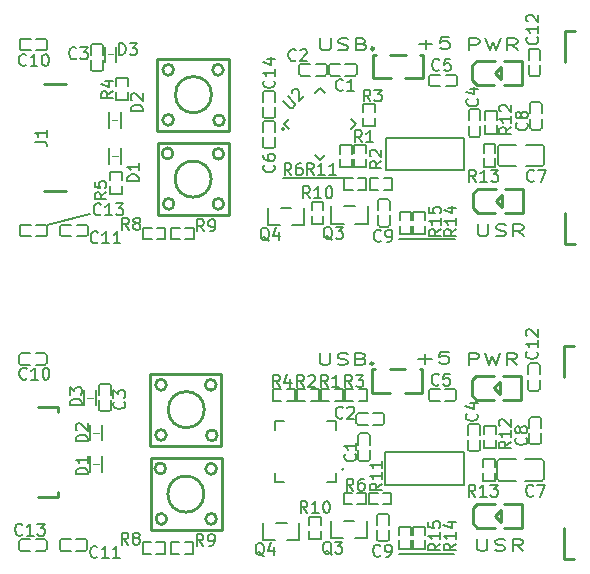
<source format=gto>
G04 #@! TF.GenerationSoftware,KiCad,Pcbnew,7.0.9*
G04 #@! TF.CreationDate,2024-10-07T22:18:26-04:00*
G04 #@! TF.ProjectId,ESP32_VP,45535033-325f-4565-902e-6b696361645f,rev?*
G04 #@! TF.SameCoordinates,Original*
G04 #@! TF.FileFunction,Legend,Top*
G04 #@! TF.FilePolarity,Positive*
%FSLAX46Y46*%
G04 Gerber Fmt 4.6, Leading zero omitted, Abs format (unit mm)*
G04 Created by KiCad (PCBNEW 7.0.9) date 2024-10-07 22:18:26*
%MOMM*%
%LPD*%
G01*
G04 APERTURE LIST*
G04 Aperture macros list*
%AMRotRect*
0 Rectangle, with rotation*
0 The origin of the aperture is its center*
0 $1 length*
0 $2 width*
0 $3 Rotation angle, in degrees counterclockwise*
0 Add horizontal line*
21,1,$1,$2,0,0,$3*%
G04 Aperture macros list end*
%ADD10C,0.203200*%
%ADD11C,0.150000*%
%ADD12C,0.152400*%
%ADD13C,0.250000*%
%ADD14C,0.200000*%
%ADD15C,0.300000*%
%ADD16C,0.130000*%
%ADD17C,0.100000*%
%ADD18R,0.639600X0.965200*%
%ADD19R,0.639600X1.016000*%
%ADD20R,0.705600X1.015400*%
%ADD21R,0.540000X0.570000*%
%ADD22R,1.900000X1.300000*%
%ADD23R,0.540000X0.790000*%
%ADD24R,0.790000X0.540000*%
%ADD25R,1.000000X1.400000*%
%ADD26RotRect,0.300000X1.000000X135.000000*%
%ADD27RotRect,0.300000X1.000000X45.000000*%
%ADD28RotRect,2.150000X2.150000X45.000000*%
%ADD29R,1.600000X1.600000*%
%ADD30C,1.600000*%
%ADD31R,0.950000X2.100000*%
%ADD32R,2.100000X0.950000*%
%ADD33R,0.900000X0.900000*%
%ADD34R,0.570000X0.540000*%
%ADD35R,0.400000X0.600000*%
%ADD36R,0.980000X2.470000*%
%ADD37R,3.600000X2.470000*%
%ADD38R,1.410000X1.350000*%
%ADD39R,0.740000X2.100000*%
%ADD40R,1.100000X0.550000*%
%ADD41R,1.100000X0.300000*%
%ADD42O,2.000000X1.100000*%
%ADD43O,1.800000X1.200000*%
%ADD44R,0.910000X0.280000*%
%ADD45R,0.280000X0.910000*%
%ADD46R,3.350000X3.350000*%
%ADD47R,1.300000X0.400000*%
%ADD48C,1.350000*%
%ADD49O,1.900000X1.200000*%
%ADD50R,1.900000X1.500000*%
G04 APERTURE END LIST*
D10*
X102493972Y-91838493D02*
X102493972Y-90822493D01*
X102493972Y-90822493D02*
X103065401Y-90822493D01*
X103065401Y-90822493D02*
X103208258Y-90870874D01*
X103208258Y-90870874D02*
X103279687Y-90919255D01*
X103279687Y-90919255D02*
X103351115Y-91016017D01*
X103351115Y-91016017D02*
X103351115Y-91161160D01*
X103351115Y-91161160D02*
X103279687Y-91257922D01*
X103279687Y-91257922D02*
X103208258Y-91306303D01*
X103208258Y-91306303D02*
X103065401Y-91354684D01*
X103065401Y-91354684D02*
X102493972Y-91354684D01*
X103851115Y-90822493D02*
X104208258Y-91838493D01*
X104208258Y-91838493D02*
X104493972Y-91112779D01*
X104493972Y-91112779D02*
X104779687Y-91838493D01*
X104779687Y-91838493D02*
X105136830Y-90822493D01*
X106565401Y-91838493D02*
X106065401Y-91354684D01*
X105708258Y-91838493D02*
X105708258Y-90822493D01*
X105708258Y-90822493D02*
X106279687Y-90822493D01*
X106279687Y-90822493D02*
X106422544Y-90870874D01*
X106422544Y-90870874D02*
X106493973Y-90919255D01*
X106493973Y-90919255D02*
X106565401Y-91016017D01*
X106565401Y-91016017D02*
X106565401Y-91161160D01*
X106565401Y-91161160D02*
X106493973Y-91257922D01*
X106493973Y-91257922D02*
X106422544Y-91306303D01*
X106422544Y-91306303D02*
X106279687Y-91354684D01*
X106279687Y-91354684D02*
X105708258Y-91354684D01*
X98207544Y-91324446D02*
X99350402Y-91324446D01*
X98778973Y-91711493D02*
X98778973Y-90937398D01*
X100778973Y-90695493D02*
X100064687Y-90695493D01*
X100064687Y-90695493D02*
X99993259Y-91179303D01*
X99993259Y-91179303D02*
X100064687Y-91130922D01*
X100064687Y-91130922D02*
X100207545Y-91082541D01*
X100207545Y-91082541D02*
X100564687Y-91082541D01*
X100564687Y-91082541D02*
X100707545Y-91130922D01*
X100707545Y-91130922D02*
X100778973Y-91179303D01*
X100778973Y-91179303D02*
X100850402Y-91276065D01*
X100850402Y-91276065D02*
X100850402Y-91517970D01*
X100850402Y-91517970D02*
X100778973Y-91614732D01*
X100778973Y-91614732D02*
X100707545Y-91663113D01*
X100707545Y-91663113D02*
X100564687Y-91711493D01*
X100564687Y-91711493D02*
X100207545Y-91711493D01*
X100207545Y-91711493D02*
X100064687Y-91663113D01*
X100064687Y-91663113D02*
X99993259Y-91614732D01*
X89881258Y-90822493D02*
X89881258Y-91644970D01*
X89881258Y-91644970D02*
X89952687Y-91741732D01*
X89952687Y-91741732D02*
X90024116Y-91790113D01*
X90024116Y-91790113D02*
X90166973Y-91838493D01*
X90166973Y-91838493D02*
X90452687Y-91838493D01*
X90452687Y-91838493D02*
X90595544Y-91790113D01*
X90595544Y-91790113D02*
X90666973Y-91741732D01*
X90666973Y-91741732D02*
X90738401Y-91644970D01*
X90738401Y-91644970D02*
X90738401Y-90822493D01*
X91381259Y-91790113D02*
X91595545Y-91838493D01*
X91595545Y-91838493D02*
X91952687Y-91838493D01*
X91952687Y-91838493D02*
X92095545Y-91790113D01*
X92095545Y-91790113D02*
X92166973Y-91741732D01*
X92166973Y-91741732D02*
X92238402Y-91644970D01*
X92238402Y-91644970D02*
X92238402Y-91548208D01*
X92238402Y-91548208D02*
X92166973Y-91451446D01*
X92166973Y-91451446D02*
X92095545Y-91403065D01*
X92095545Y-91403065D02*
X91952687Y-91354684D01*
X91952687Y-91354684D02*
X91666973Y-91306303D01*
X91666973Y-91306303D02*
X91524116Y-91257922D01*
X91524116Y-91257922D02*
X91452687Y-91209541D01*
X91452687Y-91209541D02*
X91381259Y-91112779D01*
X91381259Y-91112779D02*
X91381259Y-91016017D01*
X91381259Y-91016017D02*
X91452687Y-90919255D01*
X91452687Y-90919255D02*
X91524116Y-90870874D01*
X91524116Y-90870874D02*
X91666973Y-90822493D01*
X91666973Y-90822493D02*
X92024116Y-90822493D01*
X92024116Y-90822493D02*
X92238402Y-90870874D01*
X93381258Y-91306303D02*
X93595544Y-91354684D01*
X93595544Y-91354684D02*
X93666973Y-91403065D01*
X93666973Y-91403065D02*
X93738401Y-91499827D01*
X93738401Y-91499827D02*
X93738401Y-91644970D01*
X93738401Y-91644970D02*
X93666973Y-91741732D01*
X93666973Y-91741732D02*
X93595544Y-91790113D01*
X93595544Y-91790113D02*
X93452687Y-91838493D01*
X93452687Y-91838493D02*
X92881258Y-91838493D01*
X92881258Y-91838493D02*
X92881258Y-90822493D01*
X92881258Y-90822493D02*
X93381258Y-90822493D01*
X93381258Y-90822493D02*
X93524116Y-90870874D01*
X93524116Y-90870874D02*
X93595544Y-90919255D01*
X93595544Y-90919255D02*
X93666973Y-91016017D01*
X93666973Y-91016017D02*
X93666973Y-91112779D01*
X93666973Y-91112779D02*
X93595544Y-91209541D01*
X93595544Y-91209541D02*
X93524116Y-91257922D01*
X93524116Y-91257922D02*
X93381258Y-91306303D01*
X93381258Y-91306303D02*
X92881258Y-91306303D01*
X103216258Y-106570493D02*
X103216258Y-107392970D01*
X103216258Y-107392970D02*
X103287687Y-107489732D01*
X103287687Y-107489732D02*
X103359116Y-107538113D01*
X103359116Y-107538113D02*
X103501973Y-107586493D01*
X103501973Y-107586493D02*
X103787687Y-107586493D01*
X103787687Y-107586493D02*
X103930544Y-107538113D01*
X103930544Y-107538113D02*
X104001973Y-107489732D01*
X104001973Y-107489732D02*
X104073401Y-107392970D01*
X104073401Y-107392970D02*
X104073401Y-106570493D01*
X104716259Y-107538113D02*
X104930545Y-107586493D01*
X104930545Y-107586493D02*
X105287687Y-107586493D01*
X105287687Y-107586493D02*
X105430545Y-107538113D01*
X105430545Y-107538113D02*
X105501973Y-107489732D01*
X105501973Y-107489732D02*
X105573402Y-107392970D01*
X105573402Y-107392970D02*
X105573402Y-107296208D01*
X105573402Y-107296208D02*
X105501973Y-107199446D01*
X105501973Y-107199446D02*
X105430545Y-107151065D01*
X105430545Y-107151065D02*
X105287687Y-107102684D01*
X105287687Y-107102684D02*
X105001973Y-107054303D01*
X105001973Y-107054303D02*
X104859116Y-107005922D01*
X104859116Y-107005922D02*
X104787687Y-106957541D01*
X104787687Y-106957541D02*
X104716259Y-106860779D01*
X104716259Y-106860779D02*
X104716259Y-106764017D01*
X104716259Y-106764017D02*
X104787687Y-106667255D01*
X104787687Y-106667255D02*
X104859116Y-106618874D01*
X104859116Y-106618874D02*
X105001973Y-106570493D01*
X105001973Y-106570493D02*
X105359116Y-106570493D01*
X105359116Y-106570493D02*
X105573402Y-106618874D01*
X107073401Y-107586493D02*
X106573401Y-107102684D01*
X106216258Y-107586493D02*
X106216258Y-106570493D01*
X106216258Y-106570493D02*
X106787687Y-106570493D01*
X106787687Y-106570493D02*
X106930544Y-106618874D01*
X106930544Y-106618874D02*
X107001973Y-106667255D01*
X107001973Y-106667255D02*
X107073401Y-106764017D01*
X107073401Y-106764017D02*
X107073401Y-106909160D01*
X107073401Y-106909160D02*
X107001973Y-107005922D01*
X107001973Y-107005922D02*
X106930544Y-107054303D01*
X106930544Y-107054303D02*
X106787687Y-107102684D01*
X106787687Y-107102684D02*
X106216258Y-107102684D01*
D11*
X66708866Y-106630334D02*
X70332600Y-105714800D01*
X91894400Y-102638800D02*
X86715600Y-102641400D01*
D12*
X96570800Y-107848400D02*
X101269800Y-107848400D01*
X96520000Y-134493000D02*
X101219000Y-134493000D01*
D10*
X98156744Y-117969046D02*
X99299602Y-117969046D01*
X98728173Y-118356093D02*
X98728173Y-117581998D01*
X100728173Y-117340093D02*
X100013887Y-117340093D01*
X100013887Y-117340093D02*
X99942459Y-117823903D01*
X99942459Y-117823903D02*
X100013887Y-117775522D01*
X100013887Y-117775522D02*
X100156745Y-117727141D01*
X100156745Y-117727141D02*
X100513887Y-117727141D01*
X100513887Y-117727141D02*
X100656745Y-117775522D01*
X100656745Y-117775522D02*
X100728173Y-117823903D01*
X100728173Y-117823903D02*
X100799602Y-117920665D01*
X100799602Y-117920665D02*
X100799602Y-118162570D01*
X100799602Y-118162570D02*
X100728173Y-118259332D01*
X100728173Y-118259332D02*
X100656745Y-118307713D01*
X100656745Y-118307713D02*
X100513887Y-118356093D01*
X100513887Y-118356093D02*
X100156745Y-118356093D01*
X100156745Y-118356093D02*
X100013887Y-118307713D01*
X100013887Y-118307713D02*
X99942459Y-118259332D01*
X103165458Y-133215093D02*
X103165458Y-134037570D01*
X103165458Y-134037570D02*
X103236887Y-134134332D01*
X103236887Y-134134332D02*
X103308316Y-134182713D01*
X103308316Y-134182713D02*
X103451173Y-134231093D01*
X103451173Y-134231093D02*
X103736887Y-134231093D01*
X103736887Y-134231093D02*
X103879744Y-134182713D01*
X103879744Y-134182713D02*
X103951173Y-134134332D01*
X103951173Y-134134332D02*
X104022601Y-134037570D01*
X104022601Y-134037570D02*
X104022601Y-133215093D01*
X104665459Y-134182713D02*
X104879745Y-134231093D01*
X104879745Y-134231093D02*
X105236887Y-134231093D01*
X105236887Y-134231093D02*
X105379745Y-134182713D01*
X105379745Y-134182713D02*
X105451173Y-134134332D01*
X105451173Y-134134332D02*
X105522602Y-134037570D01*
X105522602Y-134037570D02*
X105522602Y-133940808D01*
X105522602Y-133940808D02*
X105451173Y-133844046D01*
X105451173Y-133844046D02*
X105379745Y-133795665D01*
X105379745Y-133795665D02*
X105236887Y-133747284D01*
X105236887Y-133747284D02*
X104951173Y-133698903D01*
X104951173Y-133698903D02*
X104808316Y-133650522D01*
X104808316Y-133650522D02*
X104736887Y-133602141D01*
X104736887Y-133602141D02*
X104665459Y-133505379D01*
X104665459Y-133505379D02*
X104665459Y-133408617D01*
X104665459Y-133408617D02*
X104736887Y-133311855D01*
X104736887Y-133311855D02*
X104808316Y-133263474D01*
X104808316Y-133263474D02*
X104951173Y-133215093D01*
X104951173Y-133215093D02*
X105308316Y-133215093D01*
X105308316Y-133215093D02*
X105522602Y-133263474D01*
X107022601Y-134231093D02*
X106522601Y-133747284D01*
X106165458Y-134231093D02*
X106165458Y-133215093D01*
X106165458Y-133215093D02*
X106736887Y-133215093D01*
X106736887Y-133215093D02*
X106879744Y-133263474D01*
X106879744Y-133263474D02*
X106951173Y-133311855D01*
X106951173Y-133311855D02*
X107022601Y-133408617D01*
X107022601Y-133408617D02*
X107022601Y-133553760D01*
X107022601Y-133553760D02*
X106951173Y-133650522D01*
X106951173Y-133650522D02*
X106879744Y-133698903D01*
X106879744Y-133698903D02*
X106736887Y-133747284D01*
X106736887Y-133747284D02*
X106165458Y-133747284D01*
X89830458Y-117467093D02*
X89830458Y-118289570D01*
X89830458Y-118289570D02*
X89901887Y-118386332D01*
X89901887Y-118386332D02*
X89973316Y-118434713D01*
X89973316Y-118434713D02*
X90116173Y-118483093D01*
X90116173Y-118483093D02*
X90401887Y-118483093D01*
X90401887Y-118483093D02*
X90544744Y-118434713D01*
X90544744Y-118434713D02*
X90616173Y-118386332D01*
X90616173Y-118386332D02*
X90687601Y-118289570D01*
X90687601Y-118289570D02*
X90687601Y-117467093D01*
X91330459Y-118434713D02*
X91544745Y-118483093D01*
X91544745Y-118483093D02*
X91901887Y-118483093D01*
X91901887Y-118483093D02*
X92044745Y-118434713D01*
X92044745Y-118434713D02*
X92116173Y-118386332D01*
X92116173Y-118386332D02*
X92187602Y-118289570D01*
X92187602Y-118289570D02*
X92187602Y-118192808D01*
X92187602Y-118192808D02*
X92116173Y-118096046D01*
X92116173Y-118096046D02*
X92044745Y-118047665D01*
X92044745Y-118047665D02*
X91901887Y-117999284D01*
X91901887Y-117999284D02*
X91616173Y-117950903D01*
X91616173Y-117950903D02*
X91473316Y-117902522D01*
X91473316Y-117902522D02*
X91401887Y-117854141D01*
X91401887Y-117854141D02*
X91330459Y-117757379D01*
X91330459Y-117757379D02*
X91330459Y-117660617D01*
X91330459Y-117660617D02*
X91401887Y-117563855D01*
X91401887Y-117563855D02*
X91473316Y-117515474D01*
X91473316Y-117515474D02*
X91616173Y-117467093D01*
X91616173Y-117467093D02*
X91973316Y-117467093D01*
X91973316Y-117467093D02*
X92187602Y-117515474D01*
X93330458Y-117950903D02*
X93544744Y-117999284D01*
X93544744Y-117999284D02*
X93616173Y-118047665D01*
X93616173Y-118047665D02*
X93687601Y-118144427D01*
X93687601Y-118144427D02*
X93687601Y-118289570D01*
X93687601Y-118289570D02*
X93616173Y-118386332D01*
X93616173Y-118386332D02*
X93544744Y-118434713D01*
X93544744Y-118434713D02*
X93401887Y-118483093D01*
X93401887Y-118483093D02*
X92830458Y-118483093D01*
X92830458Y-118483093D02*
X92830458Y-117467093D01*
X92830458Y-117467093D02*
X93330458Y-117467093D01*
X93330458Y-117467093D02*
X93473316Y-117515474D01*
X93473316Y-117515474D02*
X93544744Y-117563855D01*
X93544744Y-117563855D02*
X93616173Y-117660617D01*
X93616173Y-117660617D02*
X93616173Y-117757379D01*
X93616173Y-117757379D02*
X93544744Y-117854141D01*
X93544744Y-117854141D02*
X93473316Y-117902522D01*
X93473316Y-117902522D02*
X93330458Y-117950903D01*
X93330458Y-117950903D02*
X92830458Y-117950903D01*
X102443172Y-118483093D02*
X102443172Y-117467093D01*
X102443172Y-117467093D02*
X103014601Y-117467093D01*
X103014601Y-117467093D02*
X103157458Y-117515474D01*
X103157458Y-117515474D02*
X103228887Y-117563855D01*
X103228887Y-117563855D02*
X103300315Y-117660617D01*
X103300315Y-117660617D02*
X103300315Y-117805760D01*
X103300315Y-117805760D02*
X103228887Y-117902522D01*
X103228887Y-117902522D02*
X103157458Y-117950903D01*
X103157458Y-117950903D02*
X103014601Y-117999284D01*
X103014601Y-117999284D02*
X102443172Y-117999284D01*
X103800315Y-117467093D02*
X104157458Y-118483093D01*
X104157458Y-118483093D02*
X104443172Y-117757379D01*
X104443172Y-117757379D02*
X104728887Y-118483093D01*
X104728887Y-118483093D02*
X105086030Y-117467093D01*
X106514601Y-118483093D02*
X106014601Y-117999284D01*
X105657458Y-118483093D02*
X105657458Y-117467093D01*
X105657458Y-117467093D02*
X106228887Y-117467093D01*
X106228887Y-117467093D02*
X106371744Y-117515474D01*
X106371744Y-117515474D02*
X106443173Y-117563855D01*
X106443173Y-117563855D02*
X106514601Y-117660617D01*
X106514601Y-117660617D02*
X106514601Y-117805760D01*
X106514601Y-117805760D02*
X106443173Y-117902522D01*
X106443173Y-117902522D02*
X106371744Y-117950903D01*
X106371744Y-117950903D02*
X106228887Y-117999284D01*
X106228887Y-117999284D02*
X105657458Y-117999284D01*
D12*
X90887561Y-107899257D02*
X90792323Y-107850876D01*
X90792323Y-107850876D02*
X90697085Y-107754115D01*
X90697085Y-107754115D02*
X90554228Y-107608972D01*
X90554228Y-107608972D02*
X90458990Y-107560591D01*
X90458990Y-107560591D02*
X90363752Y-107560591D01*
X90411371Y-107802495D02*
X90316133Y-107754115D01*
X90316133Y-107754115D02*
X90220895Y-107657353D01*
X90220895Y-107657353D02*
X90173276Y-107463829D01*
X90173276Y-107463829D02*
X90173276Y-107125162D01*
X90173276Y-107125162D02*
X90220895Y-106931638D01*
X90220895Y-106931638D02*
X90316133Y-106834876D01*
X90316133Y-106834876D02*
X90411371Y-106786495D01*
X90411371Y-106786495D02*
X90601847Y-106786495D01*
X90601847Y-106786495D02*
X90697085Y-106834876D01*
X90697085Y-106834876D02*
X90792323Y-106931638D01*
X90792323Y-106931638D02*
X90839942Y-107125162D01*
X90839942Y-107125162D02*
X90839942Y-107463829D01*
X90839942Y-107463829D02*
X90792323Y-107657353D01*
X90792323Y-107657353D02*
X90697085Y-107754115D01*
X90697085Y-107754115D02*
X90601847Y-107802495D01*
X90601847Y-107802495D02*
X90411371Y-107802495D01*
X91173276Y-106786495D02*
X91792323Y-106786495D01*
X91792323Y-106786495D02*
X91458990Y-107173543D01*
X91458990Y-107173543D02*
X91601847Y-107173543D01*
X91601847Y-107173543D02*
X91697085Y-107221924D01*
X91697085Y-107221924D02*
X91744704Y-107270305D01*
X91744704Y-107270305D02*
X91792323Y-107367067D01*
X91792323Y-107367067D02*
X91792323Y-107608972D01*
X91792323Y-107608972D02*
X91744704Y-107705734D01*
X91744704Y-107705734D02*
X91697085Y-107754115D01*
X91697085Y-107754115D02*
X91601847Y-107802495D01*
X91601847Y-107802495D02*
X91316133Y-107802495D01*
X91316133Y-107802495D02*
X91220895Y-107754115D01*
X91220895Y-107754115D02*
X91173276Y-107705734D01*
D11*
X94118133Y-96162019D02*
X93784800Y-95685828D01*
X93546705Y-96162019D02*
X93546705Y-95162019D01*
X93546705Y-95162019D02*
X93927657Y-95162019D01*
X93927657Y-95162019D02*
X94022895Y-95209638D01*
X94022895Y-95209638D02*
X94070514Y-95257257D01*
X94070514Y-95257257D02*
X94118133Y-95352495D01*
X94118133Y-95352495D02*
X94118133Y-95495352D01*
X94118133Y-95495352D02*
X94070514Y-95590590D01*
X94070514Y-95590590D02*
X94022895Y-95638209D01*
X94022895Y-95638209D02*
X93927657Y-95685828D01*
X93927657Y-95685828D02*
X93546705Y-95685828D01*
X94451467Y-95162019D02*
X95070514Y-95162019D01*
X95070514Y-95162019D02*
X94737181Y-95542971D01*
X94737181Y-95542971D02*
X94880038Y-95542971D01*
X94880038Y-95542971D02*
X94975276Y-95590590D01*
X94975276Y-95590590D02*
X95022895Y-95638209D01*
X95022895Y-95638209D02*
X95070514Y-95733447D01*
X95070514Y-95733447D02*
X95070514Y-95971542D01*
X95070514Y-95971542D02*
X95022895Y-96066780D01*
X95022895Y-96066780D02*
X94975276Y-96114400D01*
X94975276Y-96114400D02*
X94880038Y-96162019D01*
X94880038Y-96162019D02*
X94594324Y-96162019D01*
X94594324Y-96162019D02*
X94499086Y-96114400D01*
X94499086Y-96114400D02*
X94451467Y-96066780D01*
X69226133Y-92485380D02*
X69178514Y-92533000D01*
X69178514Y-92533000D02*
X69035657Y-92580619D01*
X69035657Y-92580619D02*
X68940419Y-92580619D01*
X68940419Y-92580619D02*
X68797562Y-92533000D01*
X68797562Y-92533000D02*
X68702324Y-92437761D01*
X68702324Y-92437761D02*
X68654705Y-92342523D01*
X68654705Y-92342523D02*
X68607086Y-92152047D01*
X68607086Y-92152047D02*
X68607086Y-92009190D01*
X68607086Y-92009190D02*
X68654705Y-91818714D01*
X68654705Y-91818714D02*
X68702324Y-91723476D01*
X68702324Y-91723476D02*
X68797562Y-91628238D01*
X68797562Y-91628238D02*
X68940419Y-91580619D01*
X68940419Y-91580619D02*
X69035657Y-91580619D01*
X69035657Y-91580619D02*
X69178514Y-91628238D01*
X69178514Y-91628238D02*
X69226133Y-91675857D01*
X69559467Y-91580619D02*
X70178514Y-91580619D01*
X70178514Y-91580619D02*
X69845181Y-91961571D01*
X69845181Y-91961571D02*
X69988038Y-91961571D01*
X69988038Y-91961571D02*
X70083276Y-92009190D01*
X70083276Y-92009190D02*
X70130895Y-92056809D01*
X70130895Y-92056809D02*
X70178514Y-92152047D01*
X70178514Y-92152047D02*
X70178514Y-92390142D01*
X70178514Y-92390142D02*
X70130895Y-92485380D01*
X70130895Y-92485380D02*
X70083276Y-92533000D01*
X70083276Y-92533000D02*
X69988038Y-92580619D01*
X69988038Y-92580619D02*
X69702324Y-92580619D01*
X69702324Y-92580619D02*
X69607086Y-92533000D01*
X69607086Y-92533000D02*
X69559467Y-92485380D01*
D12*
X71035942Y-108086734D02*
X70988323Y-108135115D01*
X70988323Y-108135115D02*
X70845466Y-108183495D01*
X70845466Y-108183495D02*
X70750228Y-108183495D01*
X70750228Y-108183495D02*
X70607371Y-108135115D01*
X70607371Y-108135115D02*
X70512133Y-108038353D01*
X70512133Y-108038353D02*
X70464514Y-107941591D01*
X70464514Y-107941591D02*
X70416895Y-107748067D01*
X70416895Y-107748067D02*
X70416895Y-107602924D01*
X70416895Y-107602924D02*
X70464514Y-107409400D01*
X70464514Y-107409400D02*
X70512133Y-107312638D01*
X70512133Y-107312638D02*
X70607371Y-107215876D01*
X70607371Y-107215876D02*
X70750228Y-107167495D01*
X70750228Y-107167495D02*
X70845466Y-107167495D01*
X70845466Y-107167495D02*
X70988323Y-107215876D01*
X70988323Y-107215876D02*
X71035942Y-107264257D01*
X71988323Y-108183495D02*
X71416895Y-108183495D01*
X71702609Y-108183495D02*
X71702609Y-107167495D01*
X71702609Y-107167495D02*
X71607371Y-107312638D01*
X71607371Y-107312638D02*
X71512133Y-107409400D01*
X71512133Y-107409400D02*
X71416895Y-107457781D01*
X72940704Y-108183495D02*
X72369276Y-108183495D01*
X72654990Y-108183495D02*
X72654990Y-107167495D01*
X72654990Y-107167495D02*
X72559752Y-107312638D01*
X72559752Y-107312638D02*
X72464514Y-107409400D01*
X72464514Y-107409400D02*
X72369276Y-107457781D01*
X88996342Y-104373495D02*
X88663009Y-103889686D01*
X88424914Y-104373495D02*
X88424914Y-103357495D01*
X88424914Y-103357495D02*
X88805866Y-103357495D01*
X88805866Y-103357495D02*
X88901104Y-103405876D01*
X88901104Y-103405876D02*
X88948723Y-103454257D01*
X88948723Y-103454257D02*
X88996342Y-103551019D01*
X88996342Y-103551019D02*
X88996342Y-103696162D01*
X88996342Y-103696162D02*
X88948723Y-103792924D01*
X88948723Y-103792924D02*
X88901104Y-103841305D01*
X88901104Y-103841305D02*
X88805866Y-103889686D01*
X88805866Y-103889686D02*
X88424914Y-103889686D01*
X89948723Y-104373495D02*
X89377295Y-104373495D01*
X89663009Y-104373495D02*
X89663009Y-103357495D01*
X89663009Y-103357495D02*
X89567771Y-103502638D01*
X89567771Y-103502638D02*
X89472533Y-103599400D01*
X89472533Y-103599400D02*
X89377295Y-103647781D01*
X90567771Y-103357495D02*
X90663009Y-103357495D01*
X90663009Y-103357495D02*
X90758247Y-103405876D01*
X90758247Y-103405876D02*
X90805866Y-103454257D01*
X90805866Y-103454257D02*
X90853485Y-103551019D01*
X90853485Y-103551019D02*
X90901104Y-103744543D01*
X90901104Y-103744543D02*
X90901104Y-103986448D01*
X90901104Y-103986448D02*
X90853485Y-104179972D01*
X90853485Y-104179972D02*
X90805866Y-104276734D01*
X90805866Y-104276734D02*
X90758247Y-104325115D01*
X90758247Y-104325115D02*
X90663009Y-104373495D01*
X90663009Y-104373495D02*
X90567771Y-104373495D01*
X90567771Y-104373495D02*
X90472533Y-104325115D01*
X90472533Y-104325115D02*
X90424914Y-104276734D01*
X90424914Y-104276734D02*
X90377295Y-104179972D01*
X90377295Y-104179972D02*
X90329676Y-103986448D01*
X90329676Y-103986448D02*
X90329676Y-103744543D01*
X90329676Y-103744543D02*
X90377295Y-103551019D01*
X90377295Y-103551019D02*
X90424914Y-103454257D01*
X90424914Y-103454257D02*
X90472533Y-103405876D01*
X90472533Y-103405876D02*
X90567771Y-103357495D01*
D11*
X91781333Y-95177780D02*
X91733714Y-95225400D01*
X91733714Y-95225400D02*
X91590857Y-95273019D01*
X91590857Y-95273019D02*
X91495619Y-95273019D01*
X91495619Y-95273019D02*
X91352762Y-95225400D01*
X91352762Y-95225400D02*
X91257524Y-95130161D01*
X91257524Y-95130161D02*
X91209905Y-95034923D01*
X91209905Y-95034923D02*
X91162286Y-94844447D01*
X91162286Y-94844447D02*
X91162286Y-94701590D01*
X91162286Y-94701590D02*
X91209905Y-94511114D01*
X91209905Y-94511114D02*
X91257524Y-94415876D01*
X91257524Y-94415876D02*
X91352762Y-94320638D01*
X91352762Y-94320638D02*
X91495619Y-94273019D01*
X91495619Y-94273019D02*
X91590857Y-94273019D01*
X91590857Y-94273019D02*
X91733714Y-94320638D01*
X91733714Y-94320638D02*
X91781333Y-94368257D01*
X92733714Y-95273019D02*
X92162286Y-95273019D01*
X92448000Y-95273019D02*
X92448000Y-94273019D01*
X92448000Y-94273019D02*
X92352762Y-94415876D01*
X92352762Y-94415876D02*
X92257524Y-94511114D01*
X92257524Y-94511114D02*
X92162286Y-94558733D01*
D12*
X101376295Y-106967257D02*
X100892486Y-107300590D01*
X101376295Y-107538685D02*
X100360295Y-107538685D01*
X100360295Y-107538685D02*
X100360295Y-107157733D01*
X100360295Y-107157733D02*
X100408676Y-107062495D01*
X100408676Y-107062495D02*
X100457057Y-107014876D01*
X100457057Y-107014876D02*
X100553819Y-106967257D01*
X100553819Y-106967257D02*
X100698962Y-106967257D01*
X100698962Y-106967257D02*
X100795724Y-107014876D01*
X100795724Y-107014876D02*
X100844105Y-107062495D01*
X100844105Y-107062495D02*
X100892486Y-107157733D01*
X100892486Y-107157733D02*
X100892486Y-107538685D01*
X101376295Y-106014876D02*
X101376295Y-106586304D01*
X101376295Y-106300590D02*
X100360295Y-106300590D01*
X100360295Y-106300590D02*
X100505438Y-106395828D01*
X100505438Y-106395828D02*
X100602200Y-106491066D01*
X100602200Y-106491066D02*
X100650581Y-106586304D01*
X100698962Y-105157733D02*
X101376295Y-105157733D01*
X100311915Y-105395828D02*
X101037629Y-105633923D01*
X101037629Y-105633923D02*
X101037629Y-105014876D01*
X100080895Y-106967257D02*
X99597086Y-107300590D01*
X100080895Y-107538685D02*
X99064895Y-107538685D01*
X99064895Y-107538685D02*
X99064895Y-107157733D01*
X99064895Y-107157733D02*
X99113276Y-107062495D01*
X99113276Y-107062495D02*
X99161657Y-107014876D01*
X99161657Y-107014876D02*
X99258419Y-106967257D01*
X99258419Y-106967257D02*
X99403562Y-106967257D01*
X99403562Y-106967257D02*
X99500324Y-107014876D01*
X99500324Y-107014876D02*
X99548705Y-107062495D01*
X99548705Y-107062495D02*
X99597086Y-107157733D01*
X99597086Y-107157733D02*
X99597086Y-107538685D01*
X100080895Y-106014876D02*
X100080895Y-106586304D01*
X100080895Y-106300590D02*
X99064895Y-106300590D01*
X99064895Y-106300590D02*
X99210038Y-106395828D01*
X99210038Y-106395828D02*
X99306800Y-106491066D01*
X99306800Y-106491066D02*
X99355181Y-106586304D01*
X99064895Y-105110114D02*
X99064895Y-105586304D01*
X99064895Y-105586304D02*
X99548705Y-105633923D01*
X99548705Y-105633923D02*
X99500324Y-105586304D01*
X99500324Y-105586304D02*
X99451943Y-105491066D01*
X99451943Y-105491066D02*
X99451943Y-105252971D01*
X99451943Y-105252971D02*
X99500324Y-105157733D01*
X99500324Y-105157733D02*
X99548705Y-105110114D01*
X99548705Y-105110114D02*
X99645467Y-105062495D01*
X99645467Y-105062495D02*
X99887372Y-105062495D01*
X99887372Y-105062495D02*
X99984134Y-105110114D01*
X99984134Y-105110114D02*
X100032515Y-105157733D01*
X100032515Y-105157733D02*
X100080895Y-105252971D01*
X100080895Y-105252971D02*
X100080895Y-105491066D01*
X100080895Y-105491066D02*
X100032515Y-105586304D01*
X100032515Y-105586304D02*
X99984134Y-105633923D01*
X103039942Y-102976495D02*
X102706609Y-102492686D01*
X102468514Y-102976495D02*
X102468514Y-101960495D01*
X102468514Y-101960495D02*
X102849466Y-101960495D01*
X102849466Y-101960495D02*
X102944704Y-102008876D01*
X102944704Y-102008876D02*
X102992323Y-102057257D01*
X102992323Y-102057257D02*
X103039942Y-102154019D01*
X103039942Y-102154019D02*
X103039942Y-102299162D01*
X103039942Y-102299162D02*
X102992323Y-102395924D01*
X102992323Y-102395924D02*
X102944704Y-102444305D01*
X102944704Y-102444305D02*
X102849466Y-102492686D01*
X102849466Y-102492686D02*
X102468514Y-102492686D01*
X103992323Y-102976495D02*
X103420895Y-102976495D01*
X103706609Y-102976495D02*
X103706609Y-101960495D01*
X103706609Y-101960495D02*
X103611371Y-102105638D01*
X103611371Y-102105638D02*
X103516133Y-102202400D01*
X103516133Y-102202400D02*
X103420895Y-102250781D01*
X104325657Y-101960495D02*
X104944704Y-101960495D01*
X104944704Y-101960495D02*
X104611371Y-102347543D01*
X104611371Y-102347543D02*
X104754228Y-102347543D01*
X104754228Y-102347543D02*
X104849466Y-102395924D01*
X104849466Y-102395924D02*
X104897085Y-102444305D01*
X104897085Y-102444305D02*
X104944704Y-102541067D01*
X104944704Y-102541067D02*
X104944704Y-102782972D01*
X104944704Y-102782972D02*
X104897085Y-102879734D01*
X104897085Y-102879734D02*
X104849466Y-102928115D01*
X104849466Y-102928115D02*
X104754228Y-102976495D01*
X104754228Y-102976495D02*
X104468514Y-102976495D01*
X104468514Y-102976495D02*
X104373276Y-102928115D01*
X104373276Y-102928115D02*
X104325657Y-102879734D01*
D11*
X95044419Y-101207866D02*
X94568228Y-101541199D01*
X95044419Y-101779294D02*
X94044419Y-101779294D01*
X94044419Y-101779294D02*
X94044419Y-101398342D01*
X94044419Y-101398342D02*
X94092038Y-101303104D01*
X94092038Y-101303104D02*
X94139657Y-101255485D01*
X94139657Y-101255485D02*
X94234895Y-101207866D01*
X94234895Y-101207866D02*
X94377752Y-101207866D01*
X94377752Y-101207866D02*
X94472990Y-101255485D01*
X94472990Y-101255485D02*
X94520609Y-101303104D01*
X94520609Y-101303104D02*
X94568228Y-101398342D01*
X94568228Y-101398342D02*
X94568228Y-101779294D01*
X94139657Y-100826913D02*
X94092038Y-100779294D01*
X94092038Y-100779294D02*
X94044419Y-100684056D01*
X94044419Y-100684056D02*
X94044419Y-100445961D01*
X94044419Y-100445961D02*
X94092038Y-100350723D01*
X94092038Y-100350723D02*
X94139657Y-100303104D01*
X94139657Y-100303104D02*
X94234895Y-100255485D01*
X94234895Y-100255485D02*
X94330133Y-100255485D01*
X94330133Y-100255485D02*
X94472990Y-100303104D01*
X94472990Y-100303104D02*
X95044419Y-100874532D01*
X95044419Y-100874532D02*
X95044419Y-100255485D01*
D12*
X103159134Y-95950066D02*
X103207515Y-95997685D01*
X103207515Y-95997685D02*
X103255895Y-96140542D01*
X103255895Y-96140542D02*
X103255895Y-96235780D01*
X103255895Y-96235780D02*
X103207515Y-96378637D01*
X103207515Y-96378637D02*
X103110753Y-96473875D01*
X103110753Y-96473875D02*
X103013991Y-96521494D01*
X103013991Y-96521494D02*
X102820467Y-96569113D01*
X102820467Y-96569113D02*
X102675324Y-96569113D01*
X102675324Y-96569113D02*
X102481800Y-96521494D01*
X102481800Y-96521494D02*
X102385038Y-96473875D01*
X102385038Y-96473875D02*
X102288276Y-96378637D01*
X102288276Y-96378637D02*
X102239895Y-96235780D01*
X102239895Y-96235780D02*
X102239895Y-96140542D01*
X102239895Y-96140542D02*
X102288276Y-95997685D01*
X102288276Y-95997685D02*
X102336657Y-95950066D01*
X102578562Y-95092923D02*
X103255895Y-95092923D01*
X102191515Y-95331018D02*
X102917229Y-95569113D01*
X102917229Y-95569113D02*
X102917229Y-94950066D01*
D11*
X86705750Y-96114446D02*
X87278170Y-96686866D01*
X87278170Y-96686866D02*
X87379185Y-96720538D01*
X87379185Y-96720538D02*
X87446529Y-96720538D01*
X87446529Y-96720538D02*
X87547544Y-96686866D01*
X87547544Y-96686866D02*
X87682231Y-96552179D01*
X87682231Y-96552179D02*
X87715903Y-96451164D01*
X87715903Y-96451164D02*
X87715903Y-96383820D01*
X87715903Y-96383820D02*
X87682231Y-96282805D01*
X87682231Y-96282805D02*
X87109811Y-95710385D01*
X87480201Y-95474683D02*
X87480201Y-95407340D01*
X87480201Y-95407340D02*
X87513872Y-95306324D01*
X87513872Y-95306324D02*
X87682231Y-95137966D01*
X87682231Y-95137966D02*
X87783246Y-95104294D01*
X87783246Y-95104294D02*
X87850590Y-95104294D01*
X87850590Y-95104294D02*
X87951605Y-95137966D01*
X87951605Y-95137966D02*
X88018949Y-95205309D01*
X88018949Y-95205309D02*
X88086292Y-95339996D01*
X88086292Y-95339996D02*
X88086292Y-96148118D01*
X88086292Y-96148118D02*
X88524025Y-95710385D01*
D12*
X99960133Y-93481734D02*
X99912514Y-93530115D01*
X99912514Y-93530115D02*
X99769657Y-93578495D01*
X99769657Y-93578495D02*
X99674419Y-93578495D01*
X99674419Y-93578495D02*
X99531562Y-93530115D01*
X99531562Y-93530115D02*
X99436324Y-93433353D01*
X99436324Y-93433353D02*
X99388705Y-93336591D01*
X99388705Y-93336591D02*
X99341086Y-93143067D01*
X99341086Y-93143067D02*
X99341086Y-92997924D01*
X99341086Y-92997924D02*
X99388705Y-92804400D01*
X99388705Y-92804400D02*
X99436324Y-92707638D01*
X99436324Y-92707638D02*
X99531562Y-92610876D01*
X99531562Y-92610876D02*
X99674419Y-92562495D01*
X99674419Y-92562495D02*
X99769657Y-92562495D01*
X99769657Y-92562495D02*
X99912514Y-92610876D01*
X99912514Y-92610876D02*
X99960133Y-92659257D01*
X100864895Y-92562495D02*
X100388705Y-92562495D01*
X100388705Y-92562495D02*
X100341086Y-93046305D01*
X100341086Y-93046305D02*
X100388705Y-92997924D01*
X100388705Y-92997924D02*
X100483943Y-92949543D01*
X100483943Y-92949543D02*
X100722038Y-92949543D01*
X100722038Y-92949543D02*
X100817276Y-92997924D01*
X100817276Y-92997924D02*
X100864895Y-93046305D01*
X100864895Y-93046305D02*
X100912514Y-93143067D01*
X100912514Y-93143067D02*
X100912514Y-93384972D01*
X100912514Y-93384972D02*
X100864895Y-93481734D01*
X100864895Y-93481734D02*
X100817276Y-93530115D01*
X100817276Y-93530115D02*
X100722038Y-93578495D01*
X100722038Y-93578495D02*
X100483943Y-93578495D01*
X100483943Y-93578495D02*
X100388705Y-93530115D01*
X100388705Y-93530115D02*
X100341086Y-93481734D01*
X95007133Y-107959734D02*
X94959514Y-108008115D01*
X94959514Y-108008115D02*
X94816657Y-108056495D01*
X94816657Y-108056495D02*
X94721419Y-108056495D01*
X94721419Y-108056495D02*
X94578562Y-108008115D01*
X94578562Y-108008115D02*
X94483324Y-107911353D01*
X94483324Y-107911353D02*
X94435705Y-107814591D01*
X94435705Y-107814591D02*
X94388086Y-107621067D01*
X94388086Y-107621067D02*
X94388086Y-107475924D01*
X94388086Y-107475924D02*
X94435705Y-107282400D01*
X94435705Y-107282400D02*
X94483324Y-107185638D01*
X94483324Y-107185638D02*
X94578562Y-107088876D01*
X94578562Y-107088876D02*
X94721419Y-107040495D01*
X94721419Y-107040495D02*
X94816657Y-107040495D01*
X94816657Y-107040495D02*
X94959514Y-107088876D01*
X94959514Y-107088876D02*
X95007133Y-107137257D01*
X95483324Y-108056495D02*
X95673800Y-108056495D01*
X95673800Y-108056495D02*
X95769038Y-108008115D01*
X95769038Y-108008115D02*
X95816657Y-107959734D01*
X95816657Y-107959734D02*
X95911895Y-107814591D01*
X95911895Y-107814591D02*
X95959514Y-107621067D01*
X95959514Y-107621067D02*
X95959514Y-107234019D01*
X95959514Y-107234019D02*
X95911895Y-107137257D01*
X95911895Y-107137257D02*
X95864276Y-107088876D01*
X95864276Y-107088876D02*
X95769038Y-107040495D01*
X95769038Y-107040495D02*
X95578562Y-107040495D01*
X95578562Y-107040495D02*
X95483324Y-107088876D01*
X95483324Y-107088876D02*
X95435705Y-107137257D01*
X95435705Y-107137257D02*
X95388086Y-107234019D01*
X95388086Y-107234019D02*
X95388086Y-107475924D01*
X95388086Y-107475924D02*
X95435705Y-107572686D01*
X95435705Y-107572686D02*
X95483324Y-107621067D01*
X95483324Y-107621067D02*
X95578562Y-107669448D01*
X95578562Y-107669448D02*
X95769038Y-107669448D01*
X95769038Y-107669448D02*
X95864276Y-107621067D01*
X95864276Y-107621067D02*
X95911895Y-107572686D01*
X95911895Y-107572686D02*
X95959514Y-107475924D01*
D11*
X71752619Y-103874866D02*
X71276428Y-104208199D01*
X71752619Y-104446294D02*
X70752619Y-104446294D01*
X70752619Y-104446294D02*
X70752619Y-104065342D01*
X70752619Y-104065342D02*
X70800238Y-103970104D01*
X70800238Y-103970104D02*
X70847857Y-103922485D01*
X70847857Y-103922485D02*
X70943095Y-103874866D01*
X70943095Y-103874866D02*
X71085952Y-103874866D01*
X71085952Y-103874866D02*
X71181190Y-103922485D01*
X71181190Y-103922485D02*
X71228809Y-103970104D01*
X71228809Y-103970104D02*
X71276428Y-104065342D01*
X71276428Y-104065342D02*
X71276428Y-104446294D01*
X70752619Y-102970104D02*
X70752619Y-103446294D01*
X70752619Y-103446294D02*
X71228809Y-103493913D01*
X71228809Y-103493913D02*
X71181190Y-103446294D01*
X71181190Y-103446294D02*
X71133571Y-103351056D01*
X71133571Y-103351056D02*
X71133571Y-103112961D01*
X71133571Y-103112961D02*
X71181190Y-103017723D01*
X71181190Y-103017723D02*
X71228809Y-102970104D01*
X71228809Y-102970104D02*
X71324047Y-102922485D01*
X71324047Y-102922485D02*
X71562142Y-102922485D01*
X71562142Y-102922485D02*
X71657380Y-102970104D01*
X71657380Y-102970104D02*
X71705000Y-103017723D01*
X71705000Y-103017723D02*
X71752619Y-103112961D01*
X71752619Y-103112961D02*
X71752619Y-103351056D01*
X71752619Y-103351056D02*
X71705000Y-103446294D01*
X71705000Y-103446294D02*
X71657380Y-103493913D01*
X87793533Y-92663180D02*
X87745914Y-92710800D01*
X87745914Y-92710800D02*
X87603057Y-92758419D01*
X87603057Y-92758419D02*
X87507819Y-92758419D01*
X87507819Y-92758419D02*
X87364962Y-92710800D01*
X87364962Y-92710800D02*
X87269724Y-92615561D01*
X87269724Y-92615561D02*
X87222105Y-92520323D01*
X87222105Y-92520323D02*
X87174486Y-92329847D01*
X87174486Y-92329847D02*
X87174486Y-92186990D01*
X87174486Y-92186990D02*
X87222105Y-91996514D01*
X87222105Y-91996514D02*
X87269724Y-91901276D01*
X87269724Y-91901276D02*
X87364962Y-91806038D01*
X87364962Y-91806038D02*
X87507819Y-91758419D01*
X87507819Y-91758419D02*
X87603057Y-91758419D01*
X87603057Y-91758419D02*
X87745914Y-91806038D01*
X87745914Y-91806038D02*
X87793533Y-91853657D01*
X88174486Y-91853657D02*
X88222105Y-91806038D01*
X88222105Y-91806038D02*
X88317343Y-91758419D01*
X88317343Y-91758419D02*
X88555438Y-91758419D01*
X88555438Y-91758419D02*
X88650676Y-91806038D01*
X88650676Y-91806038D02*
X88698295Y-91853657D01*
X88698295Y-91853657D02*
X88745914Y-91948895D01*
X88745914Y-91948895D02*
X88745914Y-92044133D01*
X88745914Y-92044133D02*
X88698295Y-92186990D01*
X88698295Y-92186990D02*
X88126867Y-92758419D01*
X88126867Y-92758419D02*
X88745914Y-92758419D01*
X93381533Y-99616419D02*
X93048200Y-99140228D01*
X92810105Y-99616419D02*
X92810105Y-98616419D01*
X92810105Y-98616419D02*
X93191057Y-98616419D01*
X93191057Y-98616419D02*
X93286295Y-98664038D01*
X93286295Y-98664038D02*
X93333914Y-98711657D01*
X93333914Y-98711657D02*
X93381533Y-98806895D01*
X93381533Y-98806895D02*
X93381533Y-98949752D01*
X93381533Y-98949752D02*
X93333914Y-99044990D01*
X93333914Y-99044990D02*
X93286295Y-99092609D01*
X93286295Y-99092609D02*
X93191057Y-99140228D01*
X93191057Y-99140228D02*
X92810105Y-99140228D01*
X94333914Y-99616419D02*
X93762486Y-99616419D01*
X94048200Y-99616419D02*
X94048200Y-98616419D01*
X94048200Y-98616419D02*
X93952962Y-98759276D01*
X93952962Y-98759276D02*
X93857724Y-98854514D01*
X93857724Y-98854514D02*
X93762486Y-98902133D01*
X72311419Y-95315066D02*
X71835228Y-95648399D01*
X72311419Y-95886494D02*
X71311419Y-95886494D01*
X71311419Y-95886494D02*
X71311419Y-95505542D01*
X71311419Y-95505542D02*
X71359038Y-95410304D01*
X71359038Y-95410304D02*
X71406657Y-95362685D01*
X71406657Y-95362685D02*
X71501895Y-95315066D01*
X71501895Y-95315066D02*
X71644752Y-95315066D01*
X71644752Y-95315066D02*
X71739990Y-95362685D01*
X71739990Y-95362685D02*
X71787609Y-95410304D01*
X71787609Y-95410304D02*
X71835228Y-95505542D01*
X71835228Y-95505542D02*
X71835228Y-95886494D01*
X71644752Y-94457923D02*
X72311419Y-94457923D01*
X71263800Y-94696018D02*
X71978085Y-94934113D01*
X71978085Y-94934113D02*
X71978085Y-94315066D01*
D12*
X107350134Y-97982066D02*
X107398515Y-98029685D01*
X107398515Y-98029685D02*
X107446895Y-98172542D01*
X107446895Y-98172542D02*
X107446895Y-98267780D01*
X107446895Y-98267780D02*
X107398515Y-98410637D01*
X107398515Y-98410637D02*
X107301753Y-98505875D01*
X107301753Y-98505875D02*
X107204991Y-98553494D01*
X107204991Y-98553494D02*
X107011467Y-98601113D01*
X107011467Y-98601113D02*
X106866324Y-98601113D01*
X106866324Y-98601113D02*
X106672800Y-98553494D01*
X106672800Y-98553494D02*
X106576038Y-98505875D01*
X106576038Y-98505875D02*
X106479276Y-98410637D01*
X106479276Y-98410637D02*
X106430895Y-98267780D01*
X106430895Y-98267780D02*
X106430895Y-98172542D01*
X106430895Y-98172542D02*
X106479276Y-98029685D01*
X106479276Y-98029685D02*
X106527657Y-97982066D01*
X106866324Y-97410637D02*
X106817943Y-97505875D01*
X106817943Y-97505875D02*
X106769562Y-97553494D01*
X106769562Y-97553494D02*
X106672800Y-97601113D01*
X106672800Y-97601113D02*
X106624419Y-97601113D01*
X106624419Y-97601113D02*
X106527657Y-97553494D01*
X106527657Y-97553494D02*
X106479276Y-97505875D01*
X106479276Y-97505875D02*
X106430895Y-97410637D01*
X106430895Y-97410637D02*
X106430895Y-97220161D01*
X106430895Y-97220161D02*
X106479276Y-97124923D01*
X106479276Y-97124923D02*
X106527657Y-97077304D01*
X106527657Y-97077304D02*
X106624419Y-97029685D01*
X106624419Y-97029685D02*
X106672800Y-97029685D01*
X106672800Y-97029685D02*
X106769562Y-97077304D01*
X106769562Y-97077304D02*
X106817943Y-97124923D01*
X106817943Y-97124923D02*
X106866324Y-97220161D01*
X106866324Y-97220161D02*
X106866324Y-97410637D01*
X106866324Y-97410637D02*
X106914705Y-97505875D01*
X106914705Y-97505875D02*
X106963086Y-97553494D01*
X106963086Y-97553494D02*
X107059848Y-97601113D01*
X107059848Y-97601113D02*
X107253372Y-97601113D01*
X107253372Y-97601113D02*
X107350134Y-97553494D01*
X107350134Y-97553494D02*
X107398515Y-97505875D01*
X107398515Y-97505875D02*
X107446895Y-97410637D01*
X107446895Y-97410637D02*
X107446895Y-97220161D01*
X107446895Y-97220161D02*
X107398515Y-97124923D01*
X107398515Y-97124923D02*
X107350134Y-97077304D01*
X107350134Y-97077304D02*
X107253372Y-97029685D01*
X107253372Y-97029685D02*
X107059848Y-97029685D01*
X107059848Y-97029685D02*
X106963086Y-97077304D01*
X106963086Y-97077304D02*
X106914705Y-97124923D01*
X106914705Y-97124923D02*
X106866324Y-97220161D01*
X85530761Y-107986057D02*
X85435523Y-107937676D01*
X85435523Y-107937676D02*
X85340285Y-107840915D01*
X85340285Y-107840915D02*
X85197428Y-107695772D01*
X85197428Y-107695772D02*
X85102190Y-107647391D01*
X85102190Y-107647391D02*
X85006952Y-107647391D01*
X85054571Y-107889295D02*
X84959333Y-107840915D01*
X84959333Y-107840915D02*
X84864095Y-107744153D01*
X84864095Y-107744153D02*
X84816476Y-107550629D01*
X84816476Y-107550629D02*
X84816476Y-107211962D01*
X84816476Y-107211962D02*
X84864095Y-107018438D01*
X84864095Y-107018438D02*
X84959333Y-106921676D01*
X84959333Y-106921676D02*
X85054571Y-106873295D01*
X85054571Y-106873295D02*
X85245047Y-106873295D01*
X85245047Y-106873295D02*
X85340285Y-106921676D01*
X85340285Y-106921676D02*
X85435523Y-107018438D01*
X85435523Y-107018438D02*
X85483142Y-107211962D01*
X85483142Y-107211962D02*
X85483142Y-107550629D01*
X85483142Y-107550629D02*
X85435523Y-107744153D01*
X85435523Y-107744153D02*
X85340285Y-107840915D01*
X85340285Y-107840915D02*
X85245047Y-107889295D01*
X85245047Y-107889295D02*
X85054571Y-107889295D01*
X86340285Y-107211962D02*
X86340285Y-107889295D01*
X86102190Y-106824915D02*
X85864095Y-107550629D01*
X85864095Y-107550629D02*
X86483142Y-107550629D01*
D11*
X85932180Y-101563466D02*
X85979800Y-101611085D01*
X85979800Y-101611085D02*
X86027419Y-101753942D01*
X86027419Y-101753942D02*
X86027419Y-101849180D01*
X86027419Y-101849180D02*
X85979800Y-101992037D01*
X85979800Y-101992037D02*
X85884561Y-102087275D01*
X85884561Y-102087275D02*
X85789323Y-102134894D01*
X85789323Y-102134894D02*
X85598847Y-102182513D01*
X85598847Y-102182513D02*
X85455990Y-102182513D01*
X85455990Y-102182513D02*
X85265514Y-102134894D01*
X85265514Y-102134894D02*
X85170276Y-102087275D01*
X85170276Y-102087275D02*
X85075038Y-101992037D01*
X85075038Y-101992037D02*
X85027419Y-101849180D01*
X85027419Y-101849180D02*
X85027419Y-101753942D01*
X85027419Y-101753942D02*
X85075038Y-101611085D01*
X85075038Y-101611085D02*
X85122657Y-101563466D01*
X85027419Y-100706323D02*
X85027419Y-100896799D01*
X85027419Y-100896799D02*
X85075038Y-100992037D01*
X85075038Y-100992037D02*
X85122657Y-101039656D01*
X85122657Y-101039656D02*
X85265514Y-101134894D01*
X85265514Y-101134894D02*
X85455990Y-101182513D01*
X85455990Y-101182513D02*
X85836942Y-101182513D01*
X85836942Y-101182513D02*
X85932180Y-101134894D01*
X85932180Y-101134894D02*
X85979800Y-101087275D01*
X85979800Y-101087275D02*
X86027419Y-100992037D01*
X86027419Y-100992037D02*
X86027419Y-100801561D01*
X86027419Y-100801561D02*
X85979800Y-100706323D01*
X85979800Y-100706323D02*
X85932180Y-100658704D01*
X85932180Y-100658704D02*
X85836942Y-100611085D01*
X85836942Y-100611085D02*
X85598847Y-100611085D01*
X85598847Y-100611085D02*
X85503609Y-100658704D01*
X85503609Y-100658704D02*
X85455990Y-100706323D01*
X85455990Y-100706323D02*
X85408371Y-100801561D01*
X85408371Y-100801561D02*
X85408371Y-100992037D01*
X85408371Y-100992037D02*
X85455990Y-101087275D01*
X85455990Y-101087275D02*
X85503609Y-101134894D01*
X85503609Y-101134894D02*
X85598847Y-101182513D01*
D12*
X80021133Y-107167495D02*
X79687800Y-106683686D01*
X79449705Y-107167495D02*
X79449705Y-106151495D01*
X79449705Y-106151495D02*
X79830657Y-106151495D01*
X79830657Y-106151495D02*
X79925895Y-106199876D01*
X79925895Y-106199876D02*
X79973514Y-106248257D01*
X79973514Y-106248257D02*
X80021133Y-106345019D01*
X80021133Y-106345019D02*
X80021133Y-106490162D01*
X80021133Y-106490162D02*
X79973514Y-106586924D01*
X79973514Y-106586924D02*
X79925895Y-106635305D01*
X79925895Y-106635305D02*
X79830657Y-106683686D01*
X79830657Y-106683686D02*
X79449705Y-106683686D01*
X80497324Y-107167495D02*
X80687800Y-107167495D01*
X80687800Y-107167495D02*
X80783038Y-107119115D01*
X80783038Y-107119115D02*
X80830657Y-107070734D01*
X80830657Y-107070734D02*
X80925895Y-106925591D01*
X80925895Y-106925591D02*
X80973514Y-106732067D01*
X80973514Y-106732067D02*
X80973514Y-106345019D01*
X80973514Y-106345019D02*
X80925895Y-106248257D01*
X80925895Y-106248257D02*
X80878276Y-106199876D01*
X80878276Y-106199876D02*
X80783038Y-106151495D01*
X80783038Y-106151495D02*
X80592562Y-106151495D01*
X80592562Y-106151495D02*
X80497324Y-106199876D01*
X80497324Y-106199876D02*
X80449705Y-106248257D01*
X80449705Y-106248257D02*
X80402086Y-106345019D01*
X80402086Y-106345019D02*
X80402086Y-106586924D01*
X80402086Y-106586924D02*
X80449705Y-106683686D01*
X80449705Y-106683686D02*
X80497324Y-106732067D01*
X80497324Y-106732067D02*
X80592562Y-106780448D01*
X80592562Y-106780448D02*
X80783038Y-106780448D01*
X80783038Y-106780448D02*
X80878276Y-106732067D01*
X80878276Y-106732067D02*
X80925895Y-106683686D01*
X80925895Y-106683686D02*
X80973514Y-106586924D01*
X89298542Y-102392295D02*
X88965209Y-101908486D01*
X88727114Y-102392295D02*
X88727114Y-101376295D01*
X88727114Y-101376295D02*
X89108066Y-101376295D01*
X89108066Y-101376295D02*
X89203304Y-101424676D01*
X89203304Y-101424676D02*
X89250923Y-101473057D01*
X89250923Y-101473057D02*
X89298542Y-101569819D01*
X89298542Y-101569819D02*
X89298542Y-101714962D01*
X89298542Y-101714962D02*
X89250923Y-101811724D01*
X89250923Y-101811724D02*
X89203304Y-101860105D01*
X89203304Y-101860105D02*
X89108066Y-101908486D01*
X89108066Y-101908486D02*
X88727114Y-101908486D01*
X90250923Y-102392295D02*
X89679495Y-102392295D01*
X89965209Y-102392295D02*
X89965209Y-101376295D01*
X89965209Y-101376295D02*
X89869971Y-101521438D01*
X89869971Y-101521438D02*
X89774733Y-101618200D01*
X89774733Y-101618200D02*
X89679495Y-101666581D01*
X91203304Y-102392295D02*
X90631876Y-102392295D01*
X90917590Y-102392295D02*
X90917590Y-101376295D01*
X90917590Y-101376295D02*
X90822352Y-101521438D01*
X90822352Y-101521438D02*
X90727114Y-101618200D01*
X90727114Y-101618200D02*
X90631876Y-101666581D01*
X73671133Y-107040495D02*
X73337800Y-106556686D01*
X73099705Y-107040495D02*
X73099705Y-106024495D01*
X73099705Y-106024495D02*
X73480657Y-106024495D01*
X73480657Y-106024495D02*
X73575895Y-106072876D01*
X73575895Y-106072876D02*
X73623514Y-106121257D01*
X73623514Y-106121257D02*
X73671133Y-106218019D01*
X73671133Y-106218019D02*
X73671133Y-106363162D01*
X73671133Y-106363162D02*
X73623514Y-106459924D01*
X73623514Y-106459924D02*
X73575895Y-106508305D01*
X73575895Y-106508305D02*
X73480657Y-106556686D01*
X73480657Y-106556686D02*
X73099705Y-106556686D01*
X74242562Y-106459924D02*
X74147324Y-106411543D01*
X74147324Y-106411543D02*
X74099705Y-106363162D01*
X74099705Y-106363162D02*
X74052086Y-106266400D01*
X74052086Y-106266400D02*
X74052086Y-106218019D01*
X74052086Y-106218019D02*
X74099705Y-106121257D01*
X74099705Y-106121257D02*
X74147324Y-106072876D01*
X74147324Y-106072876D02*
X74242562Y-106024495D01*
X74242562Y-106024495D02*
X74433038Y-106024495D01*
X74433038Y-106024495D02*
X74528276Y-106072876D01*
X74528276Y-106072876D02*
X74575895Y-106121257D01*
X74575895Y-106121257D02*
X74623514Y-106218019D01*
X74623514Y-106218019D02*
X74623514Y-106266400D01*
X74623514Y-106266400D02*
X74575895Y-106363162D01*
X74575895Y-106363162D02*
X74528276Y-106411543D01*
X74528276Y-106411543D02*
X74433038Y-106459924D01*
X74433038Y-106459924D02*
X74242562Y-106459924D01*
X74242562Y-106459924D02*
X74147324Y-106508305D01*
X74147324Y-106508305D02*
X74099705Y-106556686D01*
X74099705Y-106556686D02*
X74052086Y-106653448D01*
X74052086Y-106653448D02*
X74052086Y-106846972D01*
X74052086Y-106846972D02*
X74099705Y-106943734D01*
X74099705Y-106943734D02*
X74147324Y-106992115D01*
X74147324Y-106992115D02*
X74242562Y-107040495D01*
X74242562Y-107040495D02*
X74433038Y-107040495D01*
X74433038Y-107040495D02*
X74528276Y-106992115D01*
X74528276Y-106992115D02*
X74575895Y-106943734D01*
X74575895Y-106943734D02*
X74623514Y-106846972D01*
X74623514Y-106846972D02*
X74623514Y-106653448D01*
X74623514Y-106653448D02*
X74575895Y-106556686D01*
X74575895Y-106556686D02*
X74528276Y-106508305D01*
X74528276Y-106508305D02*
X74433038Y-106459924D01*
D11*
X74521219Y-102922294D02*
X73521219Y-102922294D01*
X73521219Y-102922294D02*
X73521219Y-102684199D01*
X73521219Y-102684199D02*
X73568838Y-102541342D01*
X73568838Y-102541342D02*
X73664076Y-102446104D01*
X73664076Y-102446104D02*
X73759314Y-102398485D01*
X73759314Y-102398485D02*
X73949790Y-102350866D01*
X73949790Y-102350866D02*
X74092647Y-102350866D01*
X74092647Y-102350866D02*
X74283123Y-102398485D01*
X74283123Y-102398485D02*
X74378361Y-102446104D01*
X74378361Y-102446104D02*
X74473600Y-102541342D01*
X74473600Y-102541342D02*
X74521219Y-102684199D01*
X74521219Y-102684199D02*
X74521219Y-102922294D01*
X74521219Y-101398485D02*
X74521219Y-101969913D01*
X74521219Y-101684199D02*
X73521219Y-101684199D01*
X73521219Y-101684199D02*
X73664076Y-101779437D01*
X73664076Y-101779437D02*
X73759314Y-101874675D01*
X73759314Y-101874675D02*
X73806933Y-101969913D01*
D12*
X64965342Y-93075334D02*
X64917723Y-93123715D01*
X64917723Y-93123715D02*
X64774866Y-93172095D01*
X64774866Y-93172095D02*
X64679628Y-93172095D01*
X64679628Y-93172095D02*
X64536771Y-93123715D01*
X64536771Y-93123715D02*
X64441533Y-93026953D01*
X64441533Y-93026953D02*
X64393914Y-92930191D01*
X64393914Y-92930191D02*
X64346295Y-92736667D01*
X64346295Y-92736667D02*
X64346295Y-92591524D01*
X64346295Y-92591524D02*
X64393914Y-92398000D01*
X64393914Y-92398000D02*
X64441533Y-92301238D01*
X64441533Y-92301238D02*
X64536771Y-92204476D01*
X64536771Y-92204476D02*
X64679628Y-92156095D01*
X64679628Y-92156095D02*
X64774866Y-92156095D01*
X64774866Y-92156095D02*
X64917723Y-92204476D01*
X64917723Y-92204476D02*
X64965342Y-92252857D01*
X65917723Y-93172095D02*
X65346295Y-93172095D01*
X65632009Y-93172095D02*
X65632009Y-92156095D01*
X65632009Y-92156095D02*
X65536771Y-92301238D01*
X65536771Y-92301238D02*
X65441533Y-92398000D01*
X65441533Y-92398000D02*
X65346295Y-92446381D01*
X66536771Y-92156095D02*
X66632009Y-92156095D01*
X66632009Y-92156095D02*
X66727247Y-92204476D01*
X66727247Y-92204476D02*
X66774866Y-92252857D01*
X66774866Y-92252857D02*
X66822485Y-92349619D01*
X66822485Y-92349619D02*
X66870104Y-92543143D01*
X66870104Y-92543143D02*
X66870104Y-92785048D01*
X66870104Y-92785048D02*
X66822485Y-92978572D01*
X66822485Y-92978572D02*
X66774866Y-93075334D01*
X66774866Y-93075334D02*
X66727247Y-93123715D01*
X66727247Y-93123715D02*
X66632009Y-93172095D01*
X66632009Y-93172095D02*
X66536771Y-93172095D01*
X66536771Y-93172095D02*
X66441533Y-93123715D01*
X66441533Y-93123715D02*
X66393914Y-93075334D01*
X66393914Y-93075334D02*
X66346295Y-92978572D01*
X66346295Y-92978572D02*
X66298676Y-92785048D01*
X66298676Y-92785048D02*
X66298676Y-92543143D01*
X66298676Y-92543143D02*
X66346295Y-92349619D01*
X66346295Y-92349619D02*
X66393914Y-92252857D01*
X66393914Y-92252857D02*
X66441533Y-92204476D01*
X66441533Y-92204476D02*
X66536771Y-92156095D01*
X108239134Y-90711257D02*
X108287515Y-90758876D01*
X108287515Y-90758876D02*
X108335895Y-90901733D01*
X108335895Y-90901733D02*
X108335895Y-90996971D01*
X108335895Y-90996971D02*
X108287515Y-91139828D01*
X108287515Y-91139828D02*
X108190753Y-91235066D01*
X108190753Y-91235066D02*
X108093991Y-91282685D01*
X108093991Y-91282685D02*
X107900467Y-91330304D01*
X107900467Y-91330304D02*
X107755324Y-91330304D01*
X107755324Y-91330304D02*
X107561800Y-91282685D01*
X107561800Y-91282685D02*
X107465038Y-91235066D01*
X107465038Y-91235066D02*
X107368276Y-91139828D01*
X107368276Y-91139828D02*
X107319895Y-90996971D01*
X107319895Y-90996971D02*
X107319895Y-90901733D01*
X107319895Y-90901733D02*
X107368276Y-90758876D01*
X107368276Y-90758876D02*
X107416657Y-90711257D01*
X108335895Y-89758876D02*
X108335895Y-90330304D01*
X108335895Y-90044590D02*
X107319895Y-90044590D01*
X107319895Y-90044590D02*
X107465038Y-90139828D01*
X107465038Y-90139828D02*
X107561800Y-90235066D01*
X107561800Y-90235066D02*
X107610181Y-90330304D01*
X107416657Y-89377923D02*
X107368276Y-89330304D01*
X107368276Y-89330304D02*
X107319895Y-89235066D01*
X107319895Y-89235066D02*
X107319895Y-88996971D01*
X107319895Y-88996971D02*
X107368276Y-88901733D01*
X107368276Y-88901733D02*
X107416657Y-88854114D01*
X107416657Y-88854114D02*
X107513419Y-88806495D01*
X107513419Y-88806495D02*
X107610181Y-88806495D01*
X107610181Y-88806495D02*
X107755324Y-88854114D01*
X107755324Y-88854114D02*
X108335895Y-89425542D01*
X108335895Y-89425542D02*
X108335895Y-88806495D01*
D11*
X72820305Y-92225019D02*
X72820305Y-91225019D01*
X72820305Y-91225019D02*
X73058400Y-91225019D01*
X73058400Y-91225019D02*
X73201257Y-91272638D01*
X73201257Y-91272638D02*
X73296495Y-91367876D01*
X73296495Y-91367876D02*
X73344114Y-91463114D01*
X73344114Y-91463114D02*
X73391733Y-91653590D01*
X73391733Y-91653590D02*
X73391733Y-91796447D01*
X73391733Y-91796447D02*
X73344114Y-91986923D01*
X73344114Y-91986923D02*
X73296495Y-92082161D01*
X73296495Y-92082161D02*
X73201257Y-92177400D01*
X73201257Y-92177400D02*
X73058400Y-92225019D01*
X73058400Y-92225019D02*
X72820305Y-92225019D01*
X73725067Y-91225019D02*
X74344114Y-91225019D01*
X74344114Y-91225019D02*
X74010781Y-91605971D01*
X74010781Y-91605971D02*
X74153638Y-91605971D01*
X74153638Y-91605971D02*
X74248876Y-91653590D01*
X74248876Y-91653590D02*
X74296495Y-91701209D01*
X74296495Y-91701209D02*
X74344114Y-91796447D01*
X74344114Y-91796447D02*
X74344114Y-92034542D01*
X74344114Y-92034542D02*
X74296495Y-92129780D01*
X74296495Y-92129780D02*
X74248876Y-92177400D01*
X74248876Y-92177400D02*
X74153638Y-92225019D01*
X74153638Y-92225019D02*
X73867924Y-92225019D01*
X73867924Y-92225019D02*
X73772686Y-92177400D01*
X73772686Y-92177400D02*
X73725067Y-92129780D01*
X85932180Y-94394257D02*
X85979800Y-94441876D01*
X85979800Y-94441876D02*
X86027419Y-94584733D01*
X86027419Y-94584733D02*
X86027419Y-94679971D01*
X86027419Y-94679971D02*
X85979800Y-94822828D01*
X85979800Y-94822828D02*
X85884561Y-94918066D01*
X85884561Y-94918066D02*
X85789323Y-94965685D01*
X85789323Y-94965685D02*
X85598847Y-95013304D01*
X85598847Y-95013304D02*
X85455990Y-95013304D01*
X85455990Y-95013304D02*
X85265514Y-94965685D01*
X85265514Y-94965685D02*
X85170276Y-94918066D01*
X85170276Y-94918066D02*
X85075038Y-94822828D01*
X85075038Y-94822828D02*
X85027419Y-94679971D01*
X85027419Y-94679971D02*
X85027419Y-94584733D01*
X85027419Y-94584733D02*
X85075038Y-94441876D01*
X85075038Y-94441876D02*
X85122657Y-94394257D01*
X86027419Y-93441876D02*
X86027419Y-94013304D01*
X86027419Y-93727590D02*
X85027419Y-93727590D01*
X85027419Y-93727590D02*
X85170276Y-93822828D01*
X85170276Y-93822828D02*
X85265514Y-93918066D01*
X85265514Y-93918066D02*
X85313133Y-94013304D01*
X85360752Y-92584733D02*
X86027419Y-92584733D01*
X84979800Y-92822828D02*
X85694085Y-93060923D01*
X85694085Y-93060923D02*
X85694085Y-92441876D01*
D12*
X87412533Y-102417695D02*
X87079200Y-101933886D01*
X86841105Y-102417695D02*
X86841105Y-101401695D01*
X86841105Y-101401695D02*
X87222057Y-101401695D01*
X87222057Y-101401695D02*
X87317295Y-101450076D01*
X87317295Y-101450076D02*
X87364914Y-101498457D01*
X87364914Y-101498457D02*
X87412533Y-101595219D01*
X87412533Y-101595219D02*
X87412533Y-101740362D01*
X87412533Y-101740362D02*
X87364914Y-101837124D01*
X87364914Y-101837124D02*
X87317295Y-101885505D01*
X87317295Y-101885505D02*
X87222057Y-101933886D01*
X87222057Y-101933886D02*
X86841105Y-101933886D01*
X88269676Y-101401695D02*
X88079200Y-101401695D01*
X88079200Y-101401695D02*
X87983962Y-101450076D01*
X87983962Y-101450076D02*
X87936343Y-101498457D01*
X87936343Y-101498457D02*
X87841105Y-101643600D01*
X87841105Y-101643600D02*
X87793486Y-101837124D01*
X87793486Y-101837124D02*
X87793486Y-102224172D01*
X87793486Y-102224172D02*
X87841105Y-102320934D01*
X87841105Y-102320934D02*
X87888724Y-102369315D01*
X87888724Y-102369315D02*
X87983962Y-102417695D01*
X87983962Y-102417695D02*
X88174438Y-102417695D01*
X88174438Y-102417695D02*
X88269676Y-102369315D01*
X88269676Y-102369315D02*
X88317295Y-102320934D01*
X88317295Y-102320934D02*
X88364914Y-102224172D01*
X88364914Y-102224172D02*
X88364914Y-101982267D01*
X88364914Y-101982267D02*
X88317295Y-101885505D01*
X88317295Y-101885505D02*
X88269676Y-101837124D01*
X88269676Y-101837124D02*
X88174438Y-101788743D01*
X88174438Y-101788743D02*
X87983962Y-101788743D01*
X87983962Y-101788743D02*
X87888724Y-101837124D01*
X87888724Y-101837124D02*
X87841105Y-101885505D01*
X87841105Y-101885505D02*
X87793486Y-101982267D01*
X71289942Y-105724534D02*
X71242323Y-105772915D01*
X71242323Y-105772915D02*
X71099466Y-105821295D01*
X71099466Y-105821295D02*
X71004228Y-105821295D01*
X71004228Y-105821295D02*
X70861371Y-105772915D01*
X70861371Y-105772915D02*
X70766133Y-105676153D01*
X70766133Y-105676153D02*
X70718514Y-105579391D01*
X70718514Y-105579391D02*
X70670895Y-105385867D01*
X70670895Y-105385867D02*
X70670895Y-105240724D01*
X70670895Y-105240724D02*
X70718514Y-105047200D01*
X70718514Y-105047200D02*
X70766133Y-104950438D01*
X70766133Y-104950438D02*
X70861371Y-104853676D01*
X70861371Y-104853676D02*
X71004228Y-104805295D01*
X71004228Y-104805295D02*
X71099466Y-104805295D01*
X71099466Y-104805295D02*
X71242323Y-104853676D01*
X71242323Y-104853676D02*
X71289942Y-104902057D01*
X72242323Y-105821295D02*
X71670895Y-105821295D01*
X71956609Y-105821295D02*
X71956609Y-104805295D01*
X71956609Y-104805295D02*
X71861371Y-104950438D01*
X71861371Y-104950438D02*
X71766133Y-105047200D01*
X71766133Y-105047200D02*
X71670895Y-105095581D01*
X72575657Y-104805295D02*
X73194704Y-104805295D01*
X73194704Y-104805295D02*
X72861371Y-105192343D01*
X72861371Y-105192343D02*
X73004228Y-105192343D01*
X73004228Y-105192343D02*
X73099466Y-105240724D01*
X73099466Y-105240724D02*
X73147085Y-105289105D01*
X73147085Y-105289105D02*
X73194704Y-105385867D01*
X73194704Y-105385867D02*
X73194704Y-105627772D01*
X73194704Y-105627772D02*
X73147085Y-105724534D01*
X73147085Y-105724534D02*
X73099466Y-105772915D01*
X73099466Y-105772915D02*
X73004228Y-105821295D01*
X73004228Y-105821295D02*
X72718514Y-105821295D01*
X72718514Y-105821295D02*
X72623276Y-105772915D01*
X72623276Y-105772915D02*
X72575657Y-105724534D01*
X107961133Y-102879734D02*
X107913514Y-102928115D01*
X107913514Y-102928115D02*
X107770657Y-102976495D01*
X107770657Y-102976495D02*
X107675419Y-102976495D01*
X107675419Y-102976495D02*
X107532562Y-102928115D01*
X107532562Y-102928115D02*
X107437324Y-102831353D01*
X107437324Y-102831353D02*
X107389705Y-102734591D01*
X107389705Y-102734591D02*
X107342086Y-102541067D01*
X107342086Y-102541067D02*
X107342086Y-102395924D01*
X107342086Y-102395924D02*
X107389705Y-102202400D01*
X107389705Y-102202400D02*
X107437324Y-102105638D01*
X107437324Y-102105638D02*
X107532562Y-102008876D01*
X107532562Y-102008876D02*
X107675419Y-101960495D01*
X107675419Y-101960495D02*
X107770657Y-101960495D01*
X107770657Y-101960495D02*
X107913514Y-102008876D01*
X107913514Y-102008876D02*
X107961133Y-102057257D01*
X108294467Y-101960495D02*
X108961133Y-101960495D01*
X108961133Y-101960495D02*
X108532562Y-102976495D01*
D11*
X74826019Y-97004094D02*
X73826019Y-97004094D01*
X73826019Y-97004094D02*
X73826019Y-96765999D01*
X73826019Y-96765999D02*
X73873638Y-96623142D01*
X73873638Y-96623142D02*
X73968876Y-96527904D01*
X73968876Y-96527904D02*
X74064114Y-96480285D01*
X74064114Y-96480285D02*
X74254590Y-96432666D01*
X74254590Y-96432666D02*
X74397447Y-96432666D01*
X74397447Y-96432666D02*
X74587923Y-96480285D01*
X74587923Y-96480285D02*
X74683161Y-96527904D01*
X74683161Y-96527904D02*
X74778400Y-96623142D01*
X74778400Y-96623142D02*
X74826019Y-96765999D01*
X74826019Y-96765999D02*
X74826019Y-97004094D01*
X73921257Y-96051713D02*
X73873638Y-96004094D01*
X73873638Y-96004094D02*
X73826019Y-95908856D01*
X73826019Y-95908856D02*
X73826019Y-95670761D01*
X73826019Y-95670761D02*
X73873638Y-95575523D01*
X73873638Y-95575523D02*
X73921257Y-95527904D01*
X73921257Y-95527904D02*
X74016495Y-95480285D01*
X74016495Y-95480285D02*
X74111733Y-95480285D01*
X74111733Y-95480285D02*
X74254590Y-95527904D01*
X74254590Y-95527904D02*
X74826019Y-96099332D01*
X74826019Y-96099332D02*
X74826019Y-95480285D01*
D12*
X106049895Y-98331257D02*
X105566086Y-98664590D01*
X106049895Y-98902685D02*
X105033895Y-98902685D01*
X105033895Y-98902685D02*
X105033895Y-98521733D01*
X105033895Y-98521733D02*
X105082276Y-98426495D01*
X105082276Y-98426495D02*
X105130657Y-98378876D01*
X105130657Y-98378876D02*
X105227419Y-98331257D01*
X105227419Y-98331257D02*
X105372562Y-98331257D01*
X105372562Y-98331257D02*
X105469324Y-98378876D01*
X105469324Y-98378876D02*
X105517705Y-98426495D01*
X105517705Y-98426495D02*
X105566086Y-98521733D01*
X105566086Y-98521733D02*
X105566086Y-98902685D01*
X106049895Y-97378876D02*
X106049895Y-97950304D01*
X106049895Y-97664590D02*
X105033895Y-97664590D01*
X105033895Y-97664590D02*
X105179038Y-97759828D01*
X105179038Y-97759828D02*
X105275800Y-97855066D01*
X105275800Y-97855066D02*
X105324181Y-97950304D01*
X105130657Y-96997923D02*
X105082276Y-96950304D01*
X105082276Y-96950304D02*
X105033895Y-96855066D01*
X105033895Y-96855066D02*
X105033895Y-96616971D01*
X105033895Y-96616971D02*
X105082276Y-96521733D01*
X105082276Y-96521733D02*
X105130657Y-96474114D01*
X105130657Y-96474114D02*
X105227419Y-96426495D01*
X105227419Y-96426495D02*
X105324181Y-96426495D01*
X105324181Y-96426495D02*
X105469324Y-96474114D01*
X105469324Y-96474114D02*
X106049895Y-97045542D01*
X106049895Y-97045542D02*
X106049895Y-96426495D01*
D11*
X65698019Y-99571133D02*
X66412304Y-99571133D01*
X66412304Y-99571133D02*
X66555161Y-99618752D01*
X66555161Y-99618752D02*
X66650400Y-99713990D01*
X66650400Y-99713990D02*
X66698019Y-99856847D01*
X66698019Y-99856847D02*
X66698019Y-99952085D01*
X66698019Y-98571133D02*
X66698019Y-99142561D01*
X66698019Y-98856847D02*
X65698019Y-98856847D01*
X65698019Y-98856847D02*
X65840876Y-98952085D01*
X65840876Y-98952085D02*
X65936114Y-99047323D01*
X65936114Y-99047323D02*
X65983733Y-99142561D01*
D12*
X92543333Y-120350095D02*
X92210000Y-119866286D01*
X91971905Y-120350095D02*
X91971905Y-119334095D01*
X91971905Y-119334095D02*
X92352857Y-119334095D01*
X92352857Y-119334095D02*
X92448095Y-119382476D01*
X92448095Y-119382476D02*
X92495714Y-119430857D01*
X92495714Y-119430857D02*
X92543333Y-119527619D01*
X92543333Y-119527619D02*
X92543333Y-119672762D01*
X92543333Y-119672762D02*
X92495714Y-119769524D01*
X92495714Y-119769524D02*
X92448095Y-119817905D01*
X92448095Y-119817905D02*
X92352857Y-119866286D01*
X92352857Y-119866286D02*
X91971905Y-119866286D01*
X92876667Y-119334095D02*
X93495714Y-119334095D01*
X93495714Y-119334095D02*
X93162381Y-119721143D01*
X93162381Y-119721143D02*
X93305238Y-119721143D01*
X93305238Y-119721143D02*
X93400476Y-119769524D01*
X93400476Y-119769524D02*
X93448095Y-119817905D01*
X93448095Y-119817905D02*
X93495714Y-119914667D01*
X93495714Y-119914667D02*
X93495714Y-120156572D01*
X93495714Y-120156572D02*
X93448095Y-120253334D01*
X93448095Y-120253334D02*
X93400476Y-120301715D01*
X93400476Y-120301715D02*
X93305238Y-120350095D01*
X93305238Y-120350095D02*
X93019524Y-120350095D01*
X93019524Y-120350095D02*
X92924286Y-120301715D01*
X92924286Y-120301715D02*
X92876667Y-120253334D01*
X70185095Y-127738094D02*
X69169095Y-127738094D01*
X69169095Y-127738094D02*
X69169095Y-127499999D01*
X69169095Y-127499999D02*
X69217476Y-127357142D01*
X69217476Y-127357142D02*
X69314238Y-127261904D01*
X69314238Y-127261904D02*
X69411000Y-127214285D01*
X69411000Y-127214285D02*
X69604524Y-127166666D01*
X69604524Y-127166666D02*
X69749667Y-127166666D01*
X69749667Y-127166666D02*
X69943191Y-127214285D01*
X69943191Y-127214285D02*
X70039953Y-127261904D01*
X70039953Y-127261904D02*
X70136715Y-127357142D01*
X70136715Y-127357142D02*
X70185095Y-127499999D01*
X70185095Y-127499999D02*
X70185095Y-127738094D01*
X70185095Y-126214285D02*
X70185095Y-126785713D01*
X70185095Y-126499999D02*
X69169095Y-126499999D01*
X69169095Y-126499999D02*
X69314238Y-126595237D01*
X69314238Y-126595237D02*
X69411000Y-126690475D01*
X69411000Y-126690475D02*
X69459381Y-126785713D01*
X86447333Y-120350095D02*
X86114000Y-119866286D01*
X85875905Y-120350095D02*
X85875905Y-119334095D01*
X85875905Y-119334095D02*
X86256857Y-119334095D01*
X86256857Y-119334095D02*
X86352095Y-119382476D01*
X86352095Y-119382476D02*
X86399714Y-119430857D01*
X86399714Y-119430857D02*
X86447333Y-119527619D01*
X86447333Y-119527619D02*
X86447333Y-119672762D01*
X86447333Y-119672762D02*
X86399714Y-119769524D01*
X86399714Y-119769524D02*
X86352095Y-119817905D01*
X86352095Y-119817905D02*
X86256857Y-119866286D01*
X86256857Y-119866286D02*
X85875905Y-119866286D01*
X87304476Y-119672762D02*
X87304476Y-120350095D01*
X87066381Y-119285715D02*
X86828286Y-120011429D01*
X86828286Y-120011429D02*
X87447333Y-120011429D01*
X92670333Y-129113095D02*
X92337000Y-128629286D01*
X92098905Y-129113095D02*
X92098905Y-128097095D01*
X92098905Y-128097095D02*
X92479857Y-128097095D01*
X92479857Y-128097095D02*
X92575095Y-128145476D01*
X92575095Y-128145476D02*
X92622714Y-128193857D01*
X92622714Y-128193857D02*
X92670333Y-128290619D01*
X92670333Y-128290619D02*
X92670333Y-128435762D01*
X92670333Y-128435762D02*
X92622714Y-128532524D01*
X92622714Y-128532524D02*
X92575095Y-128580905D01*
X92575095Y-128580905D02*
X92479857Y-128629286D01*
X92479857Y-128629286D02*
X92098905Y-128629286D01*
X93527476Y-128097095D02*
X93337000Y-128097095D01*
X93337000Y-128097095D02*
X93241762Y-128145476D01*
X93241762Y-128145476D02*
X93194143Y-128193857D01*
X93194143Y-128193857D02*
X93098905Y-128339000D01*
X93098905Y-128339000D02*
X93051286Y-128532524D01*
X93051286Y-128532524D02*
X93051286Y-128919572D01*
X93051286Y-128919572D02*
X93098905Y-129016334D01*
X93098905Y-129016334D02*
X93146524Y-129064715D01*
X93146524Y-129064715D02*
X93241762Y-129113095D01*
X93241762Y-129113095D02*
X93432238Y-129113095D01*
X93432238Y-129113095D02*
X93527476Y-129064715D01*
X93527476Y-129064715D02*
X93575095Y-129016334D01*
X93575095Y-129016334D02*
X93622714Y-128919572D01*
X93622714Y-128919572D02*
X93622714Y-128677667D01*
X93622714Y-128677667D02*
X93575095Y-128580905D01*
X93575095Y-128580905D02*
X93527476Y-128532524D01*
X93527476Y-128532524D02*
X93432238Y-128484143D01*
X93432238Y-128484143D02*
X93241762Y-128484143D01*
X93241762Y-128484143D02*
X93146524Y-128532524D01*
X93146524Y-128532524D02*
X93098905Y-128580905D01*
X93098905Y-128580905D02*
X93051286Y-128677667D01*
X108188334Y-117355857D02*
X108236715Y-117403476D01*
X108236715Y-117403476D02*
X108285095Y-117546333D01*
X108285095Y-117546333D02*
X108285095Y-117641571D01*
X108285095Y-117641571D02*
X108236715Y-117784428D01*
X108236715Y-117784428D02*
X108139953Y-117879666D01*
X108139953Y-117879666D02*
X108043191Y-117927285D01*
X108043191Y-117927285D02*
X107849667Y-117974904D01*
X107849667Y-117974904D02*
X107704524Y-117974904D01*
X107704524Y-117974904D02*
X107511000Y-117927285D01*
X107511000Y-117927285D02*
X107414238Y-117879666D01*
X107414238Y-117879666D02*
X107317476Y-117784428D01*
X107317476Y-117784428D02*
X107269095Y-117641571D01*
X107269095Y-117641571D02*
X107269095Y-117546333D01*
X107269095Y-117546333D02*
X107317476Y-117403476D01*
X107317476Y-117403476D02*
X107365857Y-117355857D01*
X108285095Y-116403476D02*
X108285095Y-116974904D01*
X108285095Y-116689190D02*
X107269095Y-116689190D01*
X107269095Y-116689190D02*
X107414238Y-116784428D01*
X107414238Y-116784428D02*
X107511000Y-116879666D01*
X107511000Y-116879666D02*
X107559381Y-116974904D01*
X107365857Y-116022523D02*
X107317476Y-115974904D01*
X107317476Y-115974904D02*
X107269095Y-115879666D01*
X107269095Y-115879666D02*
X107269095Y-115641571D01*
X107269095Y-115641571D02*
X107317476Y-115546333D01*
X107317476Y-115546333D02*
X107365857Y-115498714D01*
X107365857Y-115498714D02*
X107462619Y-115451095D01*
X107462619Y-115451095D02*
X107559381Y-115451095D01*
X107559381Y-115451095D02*
X107704524Y-115498714D01*
X107704524Y-115498714D02*
X108285095Y-116070142D01*
X108285095Y-116070142D02*
X108285095Y-115451095D01*
X64635142Y-132826334D02*
X64587523Y-132874715D01*
X64587523Y-132874715D02*
X64444666Y-132923095D01*
X64444666Y-132923095D02*
X64349428Y-132923095D01*
X64349428Y-132923095D02*
X64206571Y-132874715D01*
X64206571Y-132874715D02*
X64111333Y-132777953D01*
X64111333Y-132777953D02*
X64063714Y-132681191D01*
X64063714Y-132681191D02*
X64016095Y-132487667D01*
X64016095Y-132487667D02*
X64016095Y-132342524D01*
X64016095Y-132342524D02*
X64063714Y-132149000D01*
X64063714Y-132149000D02*
X64111333Y-132052238D01*
X64111333Y-132052238D02*
X64206571Y-131955476D01*
X64206571Y-131955476D02*
X64349428Y-131907095D01*
X64349428Y-131907095D02*
X64444666Y-131907095D01*
X64444666Y-131907095D02*
X64587523Y-131955476D01*
X64587523Y-131955476D02*
X64635142Y-132003857D01*
X65587523Y-132923095D02*
X65016095Y-132923095D01*
X65301809Y-132923095D02*
X65301809Y-131907095D01*
X65301809Y-131907095D02*
X65206571Y-132052238D01*
X65206571Y-132052238D02*
X65111333Y-132149000D01*
X65111333Y-132149000D02*
X65016095Y-132197381D01*
X65920857Y-131907095D02*
X66539904Y-131907095D01*
X66539904Y-131907095D02*
X66206571Y-132294143D01*
X66206571Y-132294143D02*
X66349428Y-132294143D01*
X66349428Y-132294143D02*
X66444666Y-132342524D01*
X66444666Y-132342524D02*
X66492285Y-132390905D01*
X66492285Y-132390905D02*
X66539904Y-132487667D01*
X66539904Y-132487667D02*
X66539904Y-132729572D01*
X66539904Y-132729572D02*
X66492285Y-132826334D01*
X66492285Y-132826334D02*
X66444666Y-132874715D01*
X66444666Y-132874715D02*
X66349428Y-132923095D01*
X66349428Y-132923095D02*
X66063714Y-132923095D01*
X66063714Y-132923095D02*
X65968476Y-132874715D01*
X65968476Y-132874715D02*
X65920857Y-132826334D01*
X105999095Y-124975857D02*
X105515286Y-125309190D01*
X105999095Y-125547285D02*
X104983095Y-125547285D01*
X104983095Y-125547285D02*
X104983095Y-125166333D01*
X104983095Y-125166333D02*
X105031476Y-125071095D01*
X105031476Y-125071095D02*
X105079857Y-125023476D01*
X105079857Y-125023476D02*
X105176619Y-124975857D01*
X105176619Y-124975857D02*
X105321762Y-124975857D01*
X105321762Y-124975857D02*
X105418524Y-125023476D01*
X105418524Y-125023476D02*
X105466905Y-125071095D01*
X105466905Y-125071095D02*
X105515286Y-125166333D01*
X105515286Y-125166333D02*
X105515286Y-125547285D01*
X105999095Y-124023476D02*
X105999095Y-124594904D01*
X105999095Y-124309190D02*
X104983095Y-124309190D01*
X104983095Y-124309190D02*
X105128238Y-124404428D01*
X105128238Y-124404428D02*
X105225000Y-124499666D01*
X105225000Y-124499666D02*
X105273381Y-124594904D01*
X105079857Y-123642523D02*
X105031476Y-123594904D01*
X105031476Y-123594904D02*
X104983095Y-123499666D01*
X104983095Y-123499666D02*
X104983095Y-123261571D01*
X104983095Y-123261571D02*
X105031476Y-123166333D01*
X105031476Y-123166333D02*
X105079857Y-123118714D01*
X105079857Y-123118714D02*
X105176619Y-123071095D01*
X105176619Y-123071095D02*
X105273381Y-123071095D01*
X105273381Y-123071095D02*
X105418524Y-123118714D01*
X105418524Y-123118714D02*
X105999095Y-123690142D01*
X105999095Y-123690142D02*
X105999095Y-123071095D01*
X101325495Y-133611857D02*
X100841686Y-133945190D01*
X101325495Y-134183285D02*
X100309495Y-134183285D01*
X100309495Y-134183285D02*
X100309495Y-133802333D01*
X100309495Y-133802333D02*
X100357876Y-133707095D01*
X100357876Y-133707095D02*
X100406257Y-133659476D01*
X100406257Y-133659476D02*
X100503019Y-133611857D01*
X100503019Y-133611857D02*
X100648162Y-133611857D01*
X100648162Y-133611857D02*
X100744924Y-133659476D01*
X100744924Y-133659476D02*
X100793305Y-133707095D01*
X100793305Y-133707095D02*
X100841686Y-133802333D01*
X100841686Y-133802333D02*
X100841686Y-134183285D01*
X101325495Y-132659476D02*
X101325495Y-133230904D01*
X101325495Y-132945190D02*
X100309495Y-132945190D01*
X100309495Y-132945190D02*
X100454638Y-133040428D01*
X100454638Y-133040428D02*
X100551400Y-133135666D01*
X100551400Y-133135666D02*
X100599781Y-133230904D01*
X100648162Y-131802333D02*
X101325495Y-131802333D01*
X100261115Y-132040428D02*
X100986829Y-132278523D01*
X100986829Y-132278523D02*
X100986829Y-131659476D01*
X85121761Y-134670857D02*
X85026523Y-134622476D01*
X85026523Y-134622476D02*
X84931285Y-134525715D01*
X84931285Y-134525715D02*
X84788428Y-134380572D01*
X84788428Y-134380572D02*
X84693190Y-134332191D01*
X84693190Y-134332191D02*
X84597952Y-134332191D01*
X84645571Y-134574095D02*
X84550333Y-134525715D01*
X84550333Y-134525715D02*
X84455095Y-134428953D01*
X84455095Y-134428953D02*
X84407476Y-134235429D01*
X84407476Y-134235429D02*
X84407476Y-133896762D01*
X84407476Y-133896762D02*
X84455095Y-133703238D01*
X84455095Y-133703238D02*
X84550333Y-133606476D01*
X84550333Y-133606476D02*
X84645571Y-133558095D01*
X84645571Y-133558095D02*
X84836047Y-133558095D01*
X84836047Y-133558095D02*
X84931285Y-133606476D01*
X84931285Y-133606476D02*
X85026523Y-133703238D01*
X85026523Y-133703238D02*
X85074142Y-133896762D01*
X85074142Y-133896762D02*
X85074142Y-134235429D01*
X85074142Y-134235429D02*
X85026523Y-134428953D01*
X85026523Y-134428953D02*
X84931285Y-134525715D01*
X84931285Y-134525715D02*
X84836047Y-134574095D01*
X84836047Y-134574095D02*
X84645571Y-134574095D01*
X85931285Y-133896762D02*
X85931285Y-134574095D01*
X85693190Y-133509715D02*
X85455095Y-134235429D01*
X85455095Y-134235429D02*
X86074142Y-134235429D01*
X95077095Y-128531857D02*
X94593286Y-128865190D01*
X95077095Y-129103285D02*
X94061095Y-129103285D01*
X94061095Y-129103285D02*
X94061095Y-128722333D01*
X94061095Y-128722333D02*
X94109476Y-128627095D01*
X94109476Y-128627095D02*
X94157857Y-128579476D01*
X94157857Y-128579476D02*
X94254619Y-128531857D01*
X94254619Y-128531857D02*
X94399762Y-128531857D01*
X94399762Y-128531857D02*
X94496524Y-128579476D01*
X94496524Y-128579476D02*
X94544905Y-128627095D01*
X94544905Y-128627095D02*
X94593286Y-128722333D01*
X94593286Y-128722333D02*
X94593286Y-129103285D01*
X95077095Y-127579476D02*
X95077095Y-128150904D01*
X95077095Y-127865190D02*
X94061095Y-127865190D01*
X94061095Y-127865190D02*
X94206238Y-127960428D01*
X94206238Y-127960428D02*
X94303000Y-128055666D01*
X94303000Y-128055666D02*
X94351381Y-128150904D01*
X95077095Y-126627095D02*
X95077095Y-127198523D01*
X95077095Y-126912809D02*
X94061095Y-126912809D01*
X94061095Y-126912809D02*
X94206238Y-127008047D01*
X94206238Y-127008047D02*
X94303000Y-127103285D01*
X94303000Y-127103285D02*
X94351381Y-127198523D01*
X70985142Y-134731334D02*
X70937523Y-134779715D01*
X70937523Y-134779715D02*
X70794666Y-134828095D01*
X70794666Y-134828095D02*
X70699428Y-134828095D01*
X70699428Y-134828095D02*
X70556571Y-134779715D01*
X70556571Y-134779715D02*
X70461333Y-134682953D01*
X70461333Y-134682953D02*
X70413714Y-134586191D01*
X70413714Y-134586191D02*
X70366095Y-134392667D01*
X70366095Y-134392667D02*
X70366095Y-134247524D01*
X70366095Y-134247524D02*
X70413714Y-134054000D01*
X70413714Y-134054000D02*
X70461333Y-133957238D01*
X70461333Y-133957238D02*
X70556571Y-133860476D01*
X70556571Y-133860476D02*
X70699428Y-133812095D01*
X70699428Y-133812095D02*
X70794666Y-133812095D01*
X70794666Y-133812095D02*
X70937523Y-133860476D01*
X70937523Y-133860476D02*
X70985142Y-133908857D01*
X71937523Y-134828095D02*
X71366095Y-134828095D01*
X71651809Y-134828095D02*
X71651809Y-133812095D01*
X71651809Y-133812095D02*
X71556571Y-133957238D01*
X71556571Y-133957238D02*
X71461333Y-134054000D01*
X71461333Y-134054000D02*
X71366095Y-134102381D01*
X72889904Y-134828095D02*
X72318476Y-134828095D01*
X72604190Y-134828095D02*
X72604190Y-133812095D01*
X72604190Y-133812095D02*
X72508952Y-133957238D01*
X72508952Y-133957238D02*
X72413714Y-134054000D01*
X72413714Y-134054000D02*
X72318476Y-134102381D01*
X73620333Y-133685095D02*
X73287000Y-133201286D01*
X73048905Y-133685095D02*
X73048905Y-132669095D01*
X73048905Y-132669095D02*
X73429857Y-132669095D01*
X73429857Y-132669095D02*
X73525095Y-132717476D01*
X73525095Y-132717476D02*
X73572714Y-132765857D01*
X73572714Y-132765857D02*
X73620333Y-132862619D01*
X73620333Y-132862619D02*
X73620333Y-133007762D01*
X73620333Y-133007762D02*
X73572714Y-133104524D01*
X73572714Y-133104524D02*
X73525095Y-133152905D01*
X73525095Y-133152905D02*
X73429857Y-133201286D01*
X73429857Y-133201286D02*
X73048905Y-133201286D01*
X74191762Y-133104524D02*
X74096524Y-133056143D01*
X74096524Y-133056143D02*
X74048905Y-133007762D01*
X74048905Y-133007762D02*
X74001286Y-132911000D01*
X74001286Y-132911000D02*
X74001286Y-132862619D01*
X74001286Y-132862619D02*
X74048905Y-132765857D01*
X74048905Y-132765857D02*
X74096524Y-132717476D01*
X74096524Y-132717476D02*
X74191762Y-132669095D01*
X74191762Y-132669095D02*
X74382238Y-132669095D01*
X74382238Y-132669095D02*
X74477476Y-132717476D01*
X74477476Y-132717476D02*
X74525095Y-132765857D01*
X74525095Y-132765857D02*
X74572714Y-132862619D01*
X74572714Y-132862619D02*
X74572714Y-132911000D01*
X74572714Y-132911000D02*
X74525095Y-133007762D01*
X74525095Y-133007762D02*
X74477476Y-133056143D01*
X74477476Y-133056143D02*
X74382238Y-133104524D01*
X74382238Y-133104524D02*
X74191762Y-133104524D01*
X74191762Y-133104524D02*
X74096524Y-133152905D01*
X74096524Y-133152905D02*
X74048905Y-133201286D01*
X74048905Y-133201286D02*
X74001286Y-133298048D01*
X74001286Y-133298048D02*
X74001286Y-133491572D01*
X74001286Y-133491572D02*
X74048905Y-133588334D01*
X74048905Y-133588334D02*
X74096524Y-133636715D01*
X74096524Y-133636715D02*
X74191762Y-133685095D01*
X74191762Y-133685095D02*
X74382238Y-133685095D01*
X74382238Y-133685095D02*
X74477476Y-133636715D01*
X74477476Y-133636715D02*
X74525095Y-133588334D01*
X74525095Y-133588334D02*
X74572714Y-133491572D01*
X74572714Y-133491572D02*
X74572714Y-133298048D01*
X74572714Y-133298048D02*
X74525095Y-133201286D01*
X74525095Y-133201286D02*
X74477476Y-133152905D01*
X74477476Y-133152905D02*
X74382238Y-133104524D01*
X102989142Y-129621095D02*
X102655809Y-129137286D01*
X102417714Y-129621095D02*
X102417714Y-128605095D01*
X102417714Y-128605095D02*
X102798666Y-128605095D01*
X102798666Y-128605095D02*
X102893904Y-128653476D01*
X102893904Y-128653476D02*
X102941523Y-128701857D01*
X102941523Y-128701857D02*
X102989142Y-128798619D01*
X102989142Y-128798619D02*
X102989142Y-128943762D01*
X102989142Y-128943762D02*
X102941523Y-129040524D01*
X102941523Y-129040524D02*
X102893904Y-129088905D01*
X102893904Y-129088905D02*
X102798666Y-129137286D01*
X102798666Y-129137286D02*
X102417714Y-129137286D01*
X103941523Y-129621095D02*
X103370095Y-129621095D01*
X103655809Y-129621095D02*
X103655809Y-128605095D01*
X103655809Y-128605095D02*
X103560571Y-128750238D01*
X103560571Y-128750238D02*
X103465333Y-128847000D01*
X103465333Y-128847000D02*
X103370095Y-128895381D01*
X104274857Y-128605095D02*
X104893904Y-128605095D01*
X104893904Y-128605095D02*
X104560571Y-128992143D01*
X104560571Y-128992143D02*
X104703428Y-128992143D01*
X104703428Y-128992143D02*
X104798666Y-129040524D01*
X104798666Y-129040524D02*
X104846285Y-129088905D01*
X104846285Y-129088905D02*
X104893904Y-129185667D01*
X104893904Y-129185667D02*
X104893904Y-129427572D01*
X104893904Y-129427572D02*
X104846285Y-129524334D01*
X104846285Y-129524334D02*
X104798666Y-129572715D01*
X104798666Y-129572715D02*
X104703428Y-129621095D01*
X104703428Y-129621095D02*
X104417714Y-129621095D01*
X104417714Y-129621095D02*
X104322476Y-129572715D01*
X104322476Y-129572715D02*
X104274857Y-129524334D01*
X69677095Y-121896094D02*
X68661095Y-121896094D01*
X68661095Y-121896094D02*
X68661095Y-121657999D01*
X68661095Y-121657999D02*
X68709476Y-121515142D01*
X68709476Y-121515142D02*
X68806238Y-121419904D01*
X68806238Y-121419904D02*
X68903000Y-121372285D01*
X68903000Y-121372285D02*
X69096524Y-121324666D01*
X69096524Y-121324666D02*
X69241667Y-121324666D01*
X69241667Y-121324666D02*
X69435191Y-121372285D01*
X69435191Y-121372285D02*
X69531953Y-121419904D01*
X69531953Y-121419904D02*
X69628715Y-121515142D01*
X69628715Y-121515142D02*
X69677095Y-121657999D01*
X69677095Y-121657999D02*
X69677095Y-121896094D01*
X68661095Y-120991332D02*
X68661095Y-120372285D01*
X68661095Y-120372285D02*
X69048143Y-120705618D01*
X69048143Y-120705618D02*
X69048143Y-120562761D01*
X69048143Y-120562761D02*
X69096524Y-120467523D01*
X69096524Y-120467523D02*
X69144905Y-120419904D01*
X69144905Y-120419904D02*
X69241667Y-120372285D01*
X69241667Y-120372285D02*
X69483572Y-120372285D01*
X69483572Y-120372285D02*
X69580334Y-120419904D01*
X69580334Y-120419904D02*
X69628715Y-120467523D01*
X69628715Y-120467523D02*
X69677095Y-120562761D01*
X69677095Y-120562761D02*
X69677095Y-120848475D01*
X69677095Y-120848475D02*
X69628715Y-120943713D01*
X69628715Y-120943713D02*
X69580334Y-120991332D01*
X103108334Y-122594666D02*
X103156715Y-122642285D01*
X103156715Y-122642285D02*
X103205095Y-122785142D01*
X103205095Y-122785142D02*
X103205095Y-122880380D01*
X103205095Y-122880380D02*
X103156715Y-123023237D01*
X103156715Y-123023237D02*
X103059953Y-123118475D01*
X103059953Y-123118475D02*
X102963191Y-123166094D01*
X102963191Y-123166094D02*
X102769667Y-123213713D01*
X102769667Y-123213713D02*
X102624524Y-123213713D01*
X102624524Y-123213713D02*
X102431000Y-123166094D01*
X102431000Y-123166094D02*
X102334238Y-123118475D01*
X102334238Y-123118475D02*
X102237476Y-123023237D01*
X102237476Y-123023237D02*
X102189095Y-122880380D01*
X102189095Y-122880380D02*
X102189095Y-122785142D01*
X102189095Y-122785142D02*
X102237476Y-122642285D01*
X102237476Y-122642285D02*
X102285857Y-122594666D01*
X102527762Y-121737523D02*
X103205095Y-121737523D01*
X102140715Y-121975618D02*
X102866429Y-122213713D01*
X102866429Y-122213713D02*
X102866429Y-121594666D01*
X107910333Y-129524334D02*
X107862714Y-129572715D01*
X107862714Y-129572715D02*
X107719857Y-129621095D01*
X107719857Y-129621095D02*
X107624619Y-129621095D01*
X107624619Y-129621095D02*
X107481762Y-129572715D01*
X107481762Y-129572715D02*
X107386524Y-129475953D01*
X107386524Y-129475953D02*
X107338905Y-129379191D01*
X107338905Y-129379191D02*
X107291286Y-129185667D01*
X107291286Y-129185667D02*
X107291286Y-129040524D01*
X107291286Y-129040524D02*
X107338905Y-128847000D01*
X107338905Y-128847000D02*
X107386524Y-128750238D01*
X107386524Y-128750238D02*
X107481762Y-128653476D01*
X107481762Y-128653476D02*
X107624619Y-128605095D01*
X107624619Y-128605095D02*
X107719857Y-128605095D01*
X107719857Y-128605095D02*
X107862714Y-128653476D01*
X107862714Y-128653476D02*
X107910333Y-128701857D01*
X108243667Y-128605095D02*
X108910333Y-128605095D01*
X108910333Y-128605095D02*
X108481762Y-129621095D01*
X94956333Y-134604334D02*
X94908714Y-134652715D01*
X94908714Y-134652715D02*
X94765857Y-134701095D01*
X94765857Y-134701095D02*
X94670619Y-134701095D01*
X94670619Y-134701095D02*
X94527762Y-134652715D01*
X94527762Y-134652715D02*
X94432524Y-134555953D01*
X94432524Y-134555953D02*
X94384905Y-134459191D01*
X94384905Y-134459191D02*
X94337286Y-134265667D01*
X94337286Y-134265667D02*
X94337286Y-134120524D01*
X94337286Y-134120524D02*
X94384905Y-133927000D01*
X94384905Y-133927000D02*
X94432524Y-133830238D01*
X94432524Y-133830238D02*
X94527762Y-133733476D01*
X94527762Y-133733476D02*
X94670619Y-133685095D01*
X94670619Y-133685095D02*
X94765857Y-133685095D01*
X94765857Y-133685095D02*
X94908714Y-133733476D01*
X94908714Y-133733476D02*
X94956333Y-133781857D01*
X95432524Y-134701095D02*
X95623000Y-134701095D01*
X95623000Y-134701095D02*
X95718238Y-134652715D01*
X95718238Y-134652715D02*
X95765857Y-134604334D01*
X95765857Y-134604334D02*
X95861095Y-134459191D01*
X95861095Y-134459191D02*
X95908714Y-134265667D01*
X95908714Y-134265667D02*
X95908714Y-133878619D01*
X95908714Y-133878619D02*
X95861095Y-133781857D01*
X95861095Y-133781857D02*
X95813476Y-133733476D01*
X95813476Y-133733476D02*
X95718238Y-133685095D01*
X95718238Y-133685095D02*
X95527762Y-133685095D01*
X95527762Y-133685095D02*
X95432524Y-133733476D01*
X95432524Y-133733476D02*
X95384905Y-133781857D01*
X95384905Y-133781857D02*
X95337286Y-133878619D01*
X95337286Y-133878619D02*
X95337286Y-134120524D01*
X95337286Y-134120524D02*
X95384905Y-134217286D01*
X95384905Y-134217286D02*
X95432524Y-134265667D01*
X95432524Y-134265667D02*
X95527762Y-134314048D01*
X95527762Y-134314048D02*
X95718238Y-134314048D01*
X95718238Y-134314048D02*
X95813476Y-134265667D01*
X95813476Y-134265667D02*
X95861095Y-134217286D01*
X95861095Y-134217286D02*
X95908714Y-134120524D01*
X88479333Y-120350095D02*
X88146000Y-119866286D01*
X87907905Y-120350095D02*
X87907905Y-119334095D01*
X87907905Y-119334095D02*
X88288857Y-119334095D01*
X88288857Y-119334095D02*
X88384095Y-119382476D01*
X88384095Y-119382476D02*
X88431714Y-119430857D01*
X88431714Y-119430857D02*
X88479333Y-119527619D01*
X88479333Y-119527619D02*
X88479333Y-119672762D01*
X88479333Y-119672762D02*
X88431714Y-119769524D01*
X88431714Y-119769524D02*
X88384095Y-119817905D01*
X88384095Y-119817905D02*
X88288857Y-119866286D01*
X88288857Y-119866286D02*
X87907905Y-119866286D01*
X88860286Y-119430857D02*
X88907905Y-119382476D01*
X88907905Y-119382476D02*
X89003143Y-119334095D01*
X89003143Y-119334095D02*
X89241238Y-119334095D01*
X89241238Y-119334095D02*
X89336476Y-119382476D01*
X89336476Y-119382476D02*
X89384095Y-119430857D01*
X89384095Y-119430857D02*
X89431714Y-119527619D01*
X89431714Y-119527619D02*
X89431714Y-119624381D01*
X89431714Y-119624381D02*
X89384095Y-119769524D01*
X89384095Y-119769524D02*
X88812667Y-120350095D01*
X88812667Y-120350095D02*
X89431714Y-120350095D01*
X73263334Y-121578666D02*
X73311715Y-121626285D01*
X73311715Y-121626285D02*
X73360095Y-121769142D01*
X73360095Y-121769142D02*
X73360095Y-121864380D01*
X73360095Y-121864380D02*
X73311715Y-122007237D01*
X73311715Y-122007237D02*
X73214953Y-122102475D01*
X73214953Y-122102475D02*
X73118191Y-122150094D01*
X73118191Y-122150094D02*
X72924667Y-122197713D01*
X72924667Y-122197713D02*
X72779524Y-122197713D01*
X72779524Y-122197713D02*
X72586000Y-122150094D01*
X72586000Y-122150094D02*
X72489238Y-122102475D01*
X72489238Y-122102475D02*
X72392476Y-122007237D01*
X72392476Y-122007237D02*
X72344095Y-121864380D01*
X72344095Y-121864380D02*
X72344095Y-121769142D01*
X72344095Y-121769142D02*
X72392476Y-121626285D01*
X72392476Y-121626285D02*
X72440857Y-121578666D01*
X72344095Y-121245332D02*
X72344095Y-120626285D01*
X72344095Y-120626285D02*
X72731143Y-120959618D01*
X72731143Y-120959618D02*
X72731143Y-120816761D01*
X72731143Y-120816761D02*
X72779524Y-120721523D01*
X72779524Y-120721523D02*
X72827905Y-120673904D01*
X72827905Y-120673904D02*
X72924667Y-120626285D01*
X72924667Y-120626285D02*
X73166572Y-120626285D01*
X73166572Y-120626285D02*
X73263334Y-120673904D01*
X73263334Y-120673904D02*
X73311715Y-120721523D01*
X73311715Y-120721523D02*
X73360095Y-120816761D01*
X73360095Y-120816761D02*
X73360095Y-121102475D01*
X73360095Y-121102475D02*
X73311715Y-121197713D01*
X73311715Y-121197713D02*
X73263334Y-121245332D01*
X90511333Y-120350095D02*
X90178000Y-119866286D01*
X89939905Y-120350095D02*
X89939905Y-119334095D01*
X89939905Y-119334095D02*
X90320857Y-119334095D01*
X90320857Y-119334095D02*
X90416095Y-119382476D01*
X90416095Y-119382476D02*
X90463714Y-119430857D01*
X90463714Y-119430857D02*
X90511333Y-119527619D01*
X90511333Y-119527619D02*
X90511333Y-119672762D01*
X90511333Y-119672762D02*
X90463714Y-119769524D01*
X90463714Y-119769524D02*
X90416095Y-119817905D01*
X90416095Y-119817905D02*
X90320857Y-119866286D01*
X90320857Y-119866286D02*
X89939905Y-119866286D01*
X91463714Y-120350095D02*
X90892286Y-120350095D01*
X91178000Y-120350095D02*
X91178000Y-119334095D01*
X91178000Y-119334095D02*
X91082762Y-119479238D01*
X91082762Y-119479238D02*
X90987524Y-119576000D01*
X90987524Y-119576000D02*
X90892286Y-119624381D01*
X88765142Y-131018095D02*
X88431809Y-130534286D01*
X88193714Y-131018095D02*
X88193714Y-130002095D01*
X88193714Y-130002095D02*
X88574666Y-130002095D01*
X88574666Y-130002095D02*
X88669904Y-130050476D01*
X88669904Y-130050476D02*
X88717523Y-130098857D01*
X88717523Y-130098857D02*
X88765142Y-130195619D01*
X88765142Y-130195619D02*
X88765142Y-130340762D01*
X88765142Y-130340762D02*
X88717523Y-130437524D01*
X88717523Y-130437524D02*
X88669904Y-130485905D01*
X88669904Y-130485905D02*
X88574666Y-130534286D01*
X88574666Y-130534286D02*
X88193714Y-130534286D01*
X89717523Y-131018095D02*
X89146095Y-131018095D01*
X89431809Y-131018095D02*
X89431809Y-130002095D01*
X89431809Y-130002095D02*
X89336571Y-130147238D01*
X89336571Y-130147238D02*
X89241333Y-130244000D01*
X89241333Y-130244000D02*
X89146095Y-130292381D01*
X90336571Y-130002095D02*
X90431809Y-130002095D01*
X90431809Y-130002095D02*
X90527047Y-130050476D01*
X90527047Y-130050476D02*
X90574666Y-130098857D01*
X90574666Y-130098857D02*
X90622285Y-130195619D01*
X90622285Y-130195619D02*
X90669904Y-130389143D01*
X90669904Y-130389143D02*
X90669904Y-130631048D01*
X90669904Y-130631048D02*
X90622285Y-130824572D01*
X90622285Y-130824572D02*
X90574666Y-130921334D01*
X90574666Y-130921334D02*
X90527047Y-130969715D01*
X90527047Y-130969715D02*
X90431809Y-131018095D01*
X90431809Y-131018095D02*
X90336571Y-131018095D01*
X90336571Y-131018095D02*
X90241333Y-130969715D01*
X90241333Y-130969715D02*
X90193714Y-130921334D01*
X90193714Y-130921334D02*
X90146095Y-130824572D01*
X90146095Y-130824572D02*
X90098476Y-130631048D01*
X90098476Y-130631048D02*
X90098476Y-130389143D01*
X90098476Y-130389143D02*
X90146095Y-130195619D01*
X90146095Y-130195619D02*
X90193714Y-130098857D01*
X90193714Y-130098857D02*
X90241333Y-130050476D01*
X90241333Y-130050476D02*
X90336571Y-130002095D01*
X65016142Y-119618334D02*
X64968523Y-119666715D01*
X64968523Y-119666715D02*
X64825666Y-119715095D01*
X64825666Y-119715095D02*
X64730428Y-119715095D01*
X64730428Y-119715095D02*
X64587571Y-119666715D01*
X64587571Y-119666715D02*
X64492333Y-119569953D01*
X64492333Y-119569953D02*
X64444714Y-119473191D01*
X64444714Y-119473191D02*
X64397095Y-119279667D01*
X64397095Y-119279667D02*
X64397095Y-119134524D01*
X64397095Y-119134524D02*
X64444714Y-118941000D01*
X64444714Y-118941000D02*
X64492333Y-118844238D01*
X64492333Y-118844238D02*
X64587571Y-118747476D01*
X64587571Y-118747476D02*
X64730428Y-118699095D01*
X64730428Y-118699095D02*
X64825666Y-118699095D01*
X64825666Y-118699095D02*
X64968523Y-118747476D01*
X64968523Y-118747476D02*
X65016142Y-118795857D01*
X65968523Y-119715095D02*
X65397095Y-119715095D01*
X65682809Y-119715095D02*
X65682809Y-118699095D01*
X65682809Y-118699095D02*
X65587571Y-118844238D01*
X65587571Y-118844238D02*
X65492333Y-118941000D01*
X65492333Y-118941000D02*
X65397095Y-118989381D01*
X66587571Y-118699095D02*
X66682809Y-118699095D01*
X66682809Y-118699095D02*
X66778047Y-118747476D01*
X66778047Y-118747476D02*
X66825666Y-118795857D01*
X66825666Y-118795857D02*
X66873285Y-118892619D01*
X66873285Y-118892619D02*
X66920904Y-119086143D01*
X66920904Y-119086143D02*
X66920904Y-119328048D01*
X66920904Y-119328048D02*
X66873285Y-119521572D01*
X66873285Y-119521572D02*
X66825666Y-119618334D01*
X66825666Y-119618334D02*
X66778047Y-119666715D01*
X66778047Y-119666715D02*
X66682809Y-119715095D01*
X66682809Y-119715095D02*
X66587571Y-119715095D01*
X66587571Y-119715095D02*
X66492333Y-119666715D01*
X66492333Y-119666715D02*
X66444714Y-119618334D01*
X66444714Y-119618334D02*
X66397095Y-119521572D01*
X66397095Y-119521572D02*
X66349476Y-119328048D01*
X66349476Y-119328048D02*
X66349476Y-119086143D01*
X66349476Y-119086143D02*
X66397095Y-118892619D01*
X66397095Y-118892619D02*
X66444714Y-118795857D01*
X66444714Y-118795857D02*
X66492333Y-118747476D01*
X66492333Y-118747476D02*
X66587571Y-118699095D01*
X99909333Y-120126334D02*
X99861714Y-120174715D01*
X99861714Y-120174715D02*
X99718857Y-120223095D01*
X99718857Y-120223095D02*
X99623619Y-120223095D01*
X99623619Y-120223095D02*
X99480762Y-120174715D01*
X99480762Y-120174715D02*
X99385524Y-120077953D01*
X99385524Y-120077953D02*
X99337905Y-119981191D01*
X99337905Y-119981191D02*
X99290286Y-119787667D01*
X99290286Y-119787667D02*
X99290286Y-119642524D01*
X99290286Y-119642524D02*
X99337905Y-119449000D01*
X99337905Y-119449000D02*
X99385524Y-119352238D01*
X99385524Y-119352238D02*
X99480762Y-119255476D01*
X99480762Y-119255476D02*
X99623619Y-119207095D01*
X99623619Y-119207095D02*
X99718857Y-119207095D01*
X99718857Y-119207095D02*
X99861714Y-119255476D01*
X99861714Y-119255476D02*
X99909333Y-119303857D01*
X100814095Y-119207095D02*
X100337905Y-119207095D01*
X100337905Y-119207095D02*
X100290286Y-119690905D01*
X100290286Y-119690905D02*
X100337905Y-119642524D01*
X100337905Y-119642524D02*
X100433143Y-119594143D01*
X100433143Y-119594143D02*
X100671238Y-119594143D01*
X100671238Y-119594143D02*
X100766476Y-119642524D01*
X100766476Y-119642524D02*
X100814095Y-119690905D01*
X100814095Y-119690905D02*
X100861714Y-119787667D01*
X100861714Y-119787667D02*
X100861714Y-120029572D01*
X100861714Y-120029572D02*
X100814095Y-120126334D01*
X100814095Y-120126334D02*
X100766476Y-120174715D01*
X100766476Y-120174715D02*
X100671238Y-120223095D01*
X100671238Y-120223095D02*
X100433143Y-120223095D01*
X100433143Y-120223095D02*
X100337905Y-120174715D01*
X100337905Y-120174715D02*
X100290286Y-120126334D01*
X100030095Y-133611857D02*
X99546286Y-133945190D01*
X100030095Y-134183285D02*
X99014095Y-134183285D01*
X99014095Y-134183285D02*
X99014095Y-133802333D01*
X99014095Y-133802333D02*
X99062476Y-133707095D01*
X99062476Y-133707095D02*
X99110857Y-133659476D01*
X99110857Y-133659476D02*
X99207619Y-133611857D01*
X99207619Y-133611857D02*
X99352762Y-133611857D01*
X99352762Y-133611857D02*
X99449524Y-133659476D01*
X99449524Y-133659476D02*
X99497905Y-133707095D01*
X99497905Y-133707095D02*
X99546286Y-133802333D01*
X99546286Y-133802333D02*
X99546286Y-134183285D01*
X100030095Y-132659476D02*
X100030095Y-133230904D01*
X100030095Y-132945190D02*
X99014095Y-132945190D01*
X99014095Y-132945190D02*
X99159238Y-133040428D01*
X99159238Y-133040428D02*
X99256000Y-133135666D01*
X99256000Y-133135666D02*
X99304381Y-133230904D01*
X99014095Y-131754714D02*
X99014095Y-132230904D01*
X99014095Y-132230904D02*
X99497905Y-132278523D01*
X99497905Y-132278523D02*
X99449524Y-132230904D01*
X99449524Y-132230904D02*
X99401143Y-132135666D01*
X99401143Y-132135666D02*
X99401143Y-131897571D01*
X99401143Y-131897571D02*
X99449524Y-131802333D01*
X99449524Y-131802333D02*
X99497905Y-131754714D01*
X99497905Y-131754714D02*
X99594667Y-131707095D01*
X99594667Y-131707095D02*
X99836572Y-131707095D01*
X99836572Y-131707095D02*
X99933334Y-131754714D01*
X99933334Y-131754714D02*
X99981715Y-131802333D01*
X99981715Y-131802333D02*
X100030095Y-131897571D01*
X100030095Y-131897571D02*
X100030095Y-132135666D01*
X100030095Y-132135666D02*
X99981715Y-132230904D01*
X99981715Y-132230904D02*
X99933334Y-132278523D01*
X70185095Y-124944094D02*
X69169095Y-124944094D01*
X69169095Y-124944094D02*
X69169095Y-124705999D01*
X69169095Y-124705999D02*
X69217476Y-124563142D01*
X69217476Y-124563142D02*
X69314238Y-124467904D01*
X69314238Y-124467904D02*
X69411000Y-124420285D01*
X69411000Y-124420285D02*
X69604524Y-124372666D01*
X69604524Y-124372666D02*
X69749667Y-124372666D01*
X69749667Y-124372666D02*
X69943191Y-124420285D01*
X69943191Y-124420285D02*
X70039953Y-124467904D01*
X70039953Y-124467904D02*
X70136715Y-124563142D01*
X70136715Y-124563142D02*
X70185095Y-124705999D01*
X70185095Y-124705999D02*
X70185095Y-124944094D01*
X69265857Y-123991713D02*
X69217476Y-123944094D01*
X69217476Y-123944094D02*
X69169095Y-123848856D01*
X69169095Y-123848856D02*
X69169095Y-123610761D01*
X69169095Y-123610761D02*
X69217476Y-123515523D01*
X69217476Y-123515523D02*
X69265857Y-123467904D01*
X69265857Y-123467904D02*
X69362619Y-123420285D01*
X69362619Y-123420285D02*
X69459381Y-123420285D01*
X69459381Y-123420285D02*
X69604524Y-123467904D01*
X69604524Y-123467904D02*
X70185095Y-124039332D01*
X70185095Y-124039332D02*
X70185095Y-123420285D01*
X90836761Y-134543857D02*
X90741523Y-134495476D01*
X90741523Y-134495476D02*
X90646285Y-134398715D01*
X90646285Y-134398715D02*
X90503428Y-134253572D01*
X90503428Y-134253572D02*
X90408190Y-134205191D01*
X90408190Y-134205191D02*
X90312952Y-134205191D01*
X90360571Y-134447095D02*
X90265333Y-134398715D01*
X90265333Y-134398715D02*
X90170095Y-134301953D01*
X90170095Y-134301953D02*
X90122476Y-134108429D01*
X90122476Y-134108429D02*
X90122476Y-133769762D01*
X90122476Y-133769762D02*
X90170095Y-133576238D01*
X90170095Y-133576238D02*
X90265333Y-133479476D01*
X90265333Y-133479476D02*
X90360571Y-133431095D01*
X90360571Y-133431095D02*
X90551047Y-133431095D01*
X90551047Y-133431095D02*
X90646285Y-133479476D01*
X90646285Y-133479476D02*
X90741523Y-133576238D01*
X90741523Y-133576238D02*
X90789142Y-133769762D01*
X90789142Y-133769762D02*
X90789142Y-134108429D01*
X90789142Y-134108429D02*
X90741523Y-134301953D01*
X90741523Y-134301953D02*
X90646285Y-134398715D01*
X90646285Y-134398715D02*
X90551047Y-134447095D01*
X90551047Y-134447095D02*
X90360571Y-134447095D01*
X91122476Y-133431095D02*
X91741523Y-133431095D01*
X91741523Y-133431095D02*
X91408190Y-133818143D01*
X91408190Y-133818143D02*
X91551047Y-133818143D01*
X91551047Y-133818143D02*
X91646285Y-133866524D01*
X91646285Y-133866524D02*
X91693904Y-133914905D01*
X91693904Y-133914905D02*
X91741523Y-134011667D01*
X91741523Y-134011667D02*
X91741523Y-134253572D01*
X91741523Y-134253572D02*
X91693904Y-134350334D01*
X91693904Y-134350334D02*
X91646285Y-134398715D01*
X91646285Y-134398715D02*
X91551047Y-134447095D01*
X91551047Y-134447095D02*
X91265333Y-134447095D01*
X91265333Y-134447095D02*
X91170095Y-134398715D01*
X91170095Y-134398715D02*
X91122476Y-134350334D01*
X79970333Y-133812095D02*
X79637000Y-133328286D01*
X79398905Y-133812095D02*
X79398905Y-132796095D01*
X79398905Y-132796095D02*
X79779857Y-132796095D01*
X79779857Y-132796095D02*
X79875095Y-132844476D01*
X79875095Y-132844476D02*
X79922714Y-132892857D01*
X79922714Y-132892857D02*
X79970333Y-132989619D01*
X79970333Y-132989619D02*
X79970333Y-133134762D01*
X79970333Y-133134762D02*
X79922714Y-133231524D01*
X79922714Y-133231524D02*
X79875095Y-133279905D01*
X79875095Y-133279905D02*
X79779857Y-133328286D01*
X79779857Y-133328286D02*
X79398905Y-133328286D01*
X80446524Y-133812095D02*
X80637000Y-133812095D01*
X80637000Y-133812095D02*
X80732238Y-133763715D01*
X80732238Y-133763715D02*
X80779857Y-133715334D01*
X80779857Y-133715334D02*
X80875095Y-133570191D01*
X80875095Y-133570191D02*
X80922714Y-133376667D01*
X80922714Y-133376667D02*
X80922714Y-132989619D01*
X80922714Y-132989619D02*
X80875095Y-132892857D01*
X80875095Y-132892857D02*
X80827476Y-132844476D01*
X80827476Y-132844476D02*
X80732238Y-132796095D01*
X80732238Y-132796095D02*
X80541762Y-132796095D01*
X80541762Y-132796095D02*
X80446524Y-132844476D01*
X80446524Y-132844476D02*
X80398905Y-132892857D01*
X80398905Y-132892857D02*
X80351286Y-132989619D01*
X80351286Y-132989619D02*
X80351286Y-133231524D01*
X80351286Y-133231524D02*
X80398905Y-133328286D01*
X80398905Y-133328286D02*
X80446524Y-133376667D01*
X80446524Y-133376667D02*
X80541762Y-133425048D01*
X80541762Y-133425048D02*
X80732238Y-133425048D01*
X80732238Y-133425048D02*
X80827476Y-133376667D01*
X80827476Y-133376667D02*
X80875095Y-133328286D01*
X80875095Y-133328286D02*
X80922714Y-133231524D01*
D11*
X92815580Y-126023666D02*
X92863200Y-126071285D01*
X92863200Y-126071285D02*
X92910819Y-126214142D01*
X92910819Y-126214142D02*
X92910819Y-126309380D01*
X92910819Y-126309380D02*
X92863200Y-126452237D01*
X92863200Y-126452237D02*
X92767961Y-126547475D01*
X92767961Y-126547475D02*
X92672723Y-126595094D01*
X92672723Y-126595094D02*
X92482247Y-126642713D01*
X92482247Y-126642713D02*
X92339390Y-126642713D01*
X92339390Y-126642713D02*
X92148914Y-126595094D01*
X92148914Y-126595094D02*
X92053676Y-126547475D01*
X92053676Y-126547475D02*
X91958438Y-126452237D01*
X91958438Y-126452237D02*
X91910819Y-126309380D01*
X91910819Y-126309380D02*
X91910819Y-126214142D01*
X91910819Y-126214142D02*
X91958438Y-126071285D01*
X91958438Y-126071285D02*
X92006057Y-126023666D01*
X92910819Y-125071285D02*
X92910819Y-125642713D01*
X92910819Y-125356999D02*
X91910819Y-125356999D01*
X91910819Y-125356999D02*
X92053676Y-125452237D01*
X92053676Y-125452237D02*
X92148914Y-125547475D01*
X92148914Y-125547475D02*
X92196533Y-125642713D01*
D12*
X91781333Y-122920334D02*
X91733714Y-122968715D01*
X91733714Y-122968715D02*
X91590857Y-123017095D01*
X91590857Y-123017095D02*
X91495619Y-123017095D01*
X91495619Y-123017095D02*
X91352762Y-122968715D01*
X91352762Y-122968715D02*
X91257524Y-122871953D01*
X91257524Y-122871953D02*
X91209905Y-122775191D01*
X91209905Y-122775191D02*
X91162286Y-122581667D01*
X91162286Y-122581667D02*
X91162286Y-122436524D01*
X91162286Y-122436524D02*
X91209905Y-122243000D01*
X91209905Y-122243000D02*
X91257524Y-122146238D01*
X91257524Y-122146238D02*
X91352762Y-122049476D01*
X91352762Y-122049476D02*
X91495619Y-122001095D01*
X91495619Y-122001095D02*
X91590857Y-122001095D01*
X91590857Y-122001095D02*
X91733714Y-122049476D01*
X91733714Y-122049476D02*
X91781333Y-122097857D01*
X92162286Y-122097857D02*
X92209905Y-122049476D01*
X92209905Y-122049476D02*
X92305143Y-122001095D01*
X92305143Y-122001095D02*
X92543238Y-122001095D01*
X92543238Y-122001095D02*
X92638476Y-122049476D01*
X92638476Y-122049476D02*
X92686095Y-122097857D01*
X92686095Y-122097857D02*
X92733714Y-122194619D01*
X92733714Y-122194619D02*
X92733714Y-122291381D01*
X92733714Y-122291381D02*
X92686095Y-122436524D01*
X92686095Y-122436524D02*
X92114667Y-123017095D01*
X92114667Y-123017095D02*
X92733714Y-123017095D01*
X107299334Y-124626666D02*
X107347715Y-124674285D01*
X107347715Y-124674285D02*
X107396095Y-124817142D01*
X107396095Y-124817142D02*
X107396095Y-124912380D01*
X107396095Y-124912380D02*
X107347715Y-125055237D01*
X107347715Y-125055237D02*
X107250953Y-125150475D01*
X107250953Y-125150475D02*
X107154191Y-125198094D01*
X107154191Y-125198094D02*
X106960667Y-125245713D01*
X106960667Y-125245713D02*
X106815524Y-125245713D01*
X106815524Y-125245713D02*
X106622000Y-125198094D01*
X106622000Y-125198094D02*
X106525238Y-125150475D01*
X106525238Y-125150475D02*
X106428476Y-125055237D01*
X106428476Y-125055237D02*
X106380095Y-124912380D01*
X106380095Y-124912380D02*
X106380095Y-124817142D01*
X106380095Y-124817142D02*
X106428476Y-124674285D01*
X106428476Y-124674285D02*
X106476857Y-124626666D01*
X106815524Y-124055237D02*
X106767143Y-124150475D01*
X106767143Y-124150475D02*
X106718762Y-124198094D01*
X106718762Y-124198094D02*
X106622000Y-124245713D01*
X106622000Y-124245713D02*
X106573619Y-124245713D01*
X106573619Y-124245713D02*
X106476857Y-124198094D01*
X106476857Y-124198094D02*
X106428476Y-124150475D01*
X106428476Y-124150475D02*
X106380095Y-124055237D01*
X106380095Y-124055237D02*
X106380095Y-123864761D01*
X106380095Y-123864761D02*
X106428476Y-123769523D01*
X106428476Y-123769523D02*
X106476857Y-123721904D01*
X106476857Y-123721904D02*
X106573619Y-123674285D01*
X106573619Y-123674285D02*
X106622000Y-123674285D01*
X106622000Y-123674285D02*
X106718762Y-123721904D01*
X106718762Y-123721904D02*
X106767143Y-123769523D01*
X106767143Y-123769523D02*
X106815524Y-123864761D01*
X106815524Y-123864761D02*
X106815524Y-124055237D01*
X106815524Y-124055237D02*
X106863905Y-124150475D01*
X106863905Y-124150475D02*
X106912286Y-124198094D01*
X106912286Y-124198094D02*
X107009048Y-124245713D01*
X107009048Y-124245713D02*
X107202572Y-124245713D01*
X107202572Y-124245713D02*
X107299334Y-124198094D01*
X107299334Y-124198094D02*
X107347715Y-124150475D01*
X107347715Y-124150475D02*
X107396095Y-124055237D01*
X107396095Y-124055237D02*
X107396095Y-123864761D01*
X107396095Y-123864761D02*
X107347715Y-123769523D01*
X107347715Y-123769523D02*
X107299334Y-123721904D01*
X107299334Y-123721904D02*
X107202572Y-123674285D01*
X107202572Y-123674285D02*
X107009048Y-123674285D01*
X107009048Y-123674285D02*
X106912286Y-123721904D01*
X106912286Y-123721904D02*
X106863905Y-123769523D01*
X106863905Y-123769523D02*
X106815524Y-123864761D01*
D11*
X90814000Y-106521000D02*
X91854000Y-106521000D01*
X93874000Y-106521000D02*
X92834000Y-106521000D01*
X90814000Y-105061000D02*
X90814000Y-106521000D01*
X91884000Y-105061000D02*
X92804000Y-105061000D01*
X93874000Y-105061000D02*
X93874000Y-106521000D01*
X94503600Y-96367400D02*
X94503600Y-97077400D01*
X93503600Y-96367400D02*
X94503600Y-96367400D01*
X93503600Y-97077400D02*
X93503600Y-96367400D01*
X93503600Y-97537400D02*
X93503600Y-98247400D01*
X94503600Y-98247400D02*
X94503600Y-97537400D01*
X93503600Y-98247400D02*
X94503600Y-98247400D01*
D13*
X82145600Y-105793000D02*
X76115600Y-105793000D01*
X82145600Y-99693000D02*
X82145600Y-105793000D01*
X76115600Y-105793000D02*
X76115600Y-99693000D01*
X76115600Y-99693000D02*
X82145600Y-99693000D01*
X81695600Y-104843000D02*
G75*
G03*
X81695600Y-104843000I-460000J0D01*
G01*
X81695600Y-100603000D02*
G75*
G03*
X81695600Y-100603000I-460000J0D01*
G01*
X80625600Y-102743000D02*
G75*
G03*
X80625600Y-102743000I-1530000J0D01*
G01*
X77485600Y-104843000D02*
G75*
G03*
X77485600Y-104843000I-460000J0D01*
G01*
X77395600Y-100563000D02*
G75*
G03*
X77395600Y-100563000I-460000J0D01*
G01*
D11*
X70592200Y-91286000D02*
X71292200Y-91286000D01*
X71442200Y-91436000D02*
X71442200Y-92226000D01*
X70442200Y-92226000D02*
X70442200Y-91436000D01*
X70442200Y-92686000D02*
X70442200Y-93476000D01*
X71442200Y-93476000D02*
X71442200Y-92686000D01*
X70592200Y-93626000D02*
X71292200Y-93626000D01*
X71442200Y-91436000D02*
G75*
G03*
X71292200Y-91286000I-150000J0D01*
G01*
X70592200Y-91286000D02*
G75*
G03*
X70442200Y-91436000I0J-150000D01*
G01*
X71292200Y-93626000D02*
G75*
G03*
X71442200Y-93476000I0J150000D01*
G01*
X70442200Y-93476000D02*
G75*
G03*
X70592200Y-93626000I150000J0D01*
G01*
X67841800Y-107436400D02*
X67841800Y-106736400D01*
X67991800Y-106586400D02*
X68781800Y-106586400D01*
X68781800Y-107586400D02*
X67991800Y-107586400D01*
X69241800Y-107586400D02*
X70031800Y-107586400D01*
X70031800Y-106586400D02*
X69241800Y-106586400D01*
X70181800Y-107436400D02*
X70181800Y-106736400D01*
X67991800Y-106586400D02*
G75*
G03*
X67841800Y-106736400I0J-150000D01*
G01*
X67841800Y-107436400D02*
G75*
G03*
X67991800Y-107586400I150000J0D01*
G01*
X70181800Y-106736400D02*
G75*
G03*
X70031800Y-106586400I-150000J0D01*
G01*
X70031800Y-107586400D02*
G75*
G03*
X70181800Y-107436400I0J150000D01*
G01*
X90136600Y-104688000D02*
X90136600Y-105398000D01*
X89136600Y-104688000D02*
X90136600Y-104688000D01*
X89136600Y-105398000D02*
X89136600Y-104688000D01*
X89136600Y-105858000D02*
X89136600Y-106568000D01*
X90136600Y-106568000D02*
X90136600Y-105858000D01*
X89136600Y-106568000D02*
X90136600Y-106568000D01*
X92940200Y-93122000D02*
X92940200Y-93822000D01*
X92790200Y-93972000D02*
X92000200Y-93972000D01*
X92000200Y-92972000D02*
X92790200Y-92972000D01*
X91540200Y-92972000D02*
X90750200Y-92972000D01*
X90750200Y-93972000D02*
X91540200Y-93972000D01*
X90600200Y-93122000D02*
X90600200Y-93822000D01*
X92790200Y-93972000D02*
G75*
G03*
X92940200Y-93822000I0J150000D01*
G01*
X92940200Y-93122000D02*
G75*
G03*
X92790200Y-92972000I-150000J0D01*
G01*
X90600200Y-93822000D02*
G75*
G03*
X90750200Y-93972000I150000J0D01*
G01*
X90750200Y-92972000D02*
G75*
G03*
X90600200Y-93122000I0J-150000D01*
G01*
X98747200Y-105511400D02*
X98747200Y-106221400D01*
X97747200Y-105511400D02*
X98747200Y-105511400D01*
X97747200Y-106221400D02*
X97747200Y-105511400D01*
X97747200Y-106681400D02*
X97747200Y-107391400D01*
X98747200Y-107391400D02*
X98747200Y-106681400D01*
X97747200Y-107391400D02*
X98747200Y-107391400D01*
X97578800Y-105511400D02*
X97578800Y-106221400D01*
X96578800Y-105511400D02*
X97578800Y-105511400D01*
X96578800Y-106221400D02*
X96578800Y-105511400D01*
X96578800Y-106681400D02*
X96578800Y-107391400D01*
X97578800Y-107391400D02*
X97578800Y-106681400D01*
X96578800Y-107391400D02*
X97578800Y-107391400D01*
X103690800Y-101676400D02*
X103690800Y-100966400D01*
X104690800Y-101676400D02*
X103690800Y-101676400D01*
X104690800Y-100966400D02*
X104690800Y-101676400D01*
X104690800Y-100506400D02*
X104690800Y-99796400D01*
X103690800Y-99796400D02*
X103690800Y-100506400D01*
X104690800Y-99796400D02*
X103690800Y-99796400D01*
X92743400Y-101727200D02*
X92743400Y-101017200D01*
X93743400Y-101727200D02*
X92743400Y-101727200D01*
X93743400Y-101017200D02*
X93743400Y-101727200D01*
X93743400Y-100557200D02*
X93743400Y-99847200D01*
X92743400Y-99847200D02*
X92743400Y-100557200D01*
X93743400Y-99847200D02*
X92743400Y-99847200D01*
D13*
X102732800Y-93111400D02*
X103112800Y-92731400D01*
X102732800Y-94381400D02*
X102732800Y-93111400D01*
X103112800Y-92731400D02*
X104632800Y-92731400D01*
X103142800Y-94791400D02*
X102732800Y-94381400D01*
X104612800Y-94791400D02*
X103142800Y-94791400D01*
X104652800Y-93751400D02*
X104752800Y-93851400D01*
X104752800Y-93651400D02*
X104652800Y-93751400D01*
X104752800Y-93851400D02*
X105152800Y-94251400D01*
X105152800Y-93251400D02*
X104752800Y-93651400D01*
X105152800Y-93251400D02*
X105152800Y-94251400D01*
X105402800Y-94771400D02*
X106952800Y-94771400D01*
X106952800Y-92731400D02*
X105402800Y-92731400D01*
X106952800Y-94771400D02*
X106952800Y-92731400D01*
D11*
X102570800Y-96808400D02*
X103270800Y-96808400D01*
X103420800Y-96958400D02*
X103420800Y-97748400D01*
X102420800Y-97748400D02*
X102420800Y-96958400D01*
X102420800Y-98208400D02*
X102420800Y-98998400D01*
X103420800Y-98998400D02*
X103420800Y-98208400D01*
X102570800Y-99148400D02*
X103270800Y-99148400D01*
X103420800Y-96958400D02*
G75*
G03*
X103270800Y-96808400I-150000J0D01*
G01*
X102570800Y-96808400D02*
G75*
G03*
X102420800Y-96958400I0J-150000D01*
G01*
X103270800Y-99148400D02*
G75*
G03*
X103420800Y-98998400I0J150000D01*
G01*
X102420800Y-98998400D02*
G75*
G03*
X102570800Y-99148400I150000J0D01*
G01*
D14*
X89852452Y-95041493D02*
X89414046Y-95479899D01*
X86811893Y-98082052D02*
X87257370Y-97636575D01*
X90297929Y-95486970D02*
X89852452Y-95041493D01*
X87257370Y-98527529D02*
X86811893Y-98082052D01*
X89414046Y-100684205D02*
X89852452Y-101122611D01*
X92893011Y-98082052D02*
X92454605Y-97643646D01*
X92454605Y-98520458D02*
X92893011Y-98082052D01*
X89852452Y-101122611D02*
X90297929Y-100677134D01*
D15*
X86691685Y-98485103D02*
G75*
G03*
X86691685Y-98485103I0J0D01*
G01*
D11*
X101423800Y-94036400D02*
X101423800Y-94736400D01*
X101273800Y-94886400D02*
X100483800Y-94886400D01*
X100483800Y-93886400D02*
X101273800Y-93886400D01*
X100023800Y-93886400D02*
X99233800Y-93886400D01*
X99233800Y-94886400D02*
X100023800Y-94886400D01*
X99083800Y-94036400D02*
X99083800Y-94736400D01*
X101273800Y-94886400D02*
G75*
G03*
X101423800Y-94736400I0J150000D01*
G01*
X101423800Y-94036400D02*
G75*
G03*
X101273800Y-93886400I-150000J0D01*
G01*
X99083800Y-94736400D02*
G75*
G03*
X99233800Y-94886400I150000J0D01*
G01*
X99233800Y-93886400D02*
G75*
G03*
X99083800Y-94036400I0J-150000D01*
G01*
X94897400Y-104423800D02*
X95597400Y-104423800D01*
X95747400Y-104573800D02*
X95747400Y-105363800D01*
X94747400Y-105363800D02*
X94747400Y-104573800D01*
X94747400Y-105823800D02*
X94747400Y-106613800D01*
X95747400Y-106613800D02*
X95747400Y-105823800D01*
X94897400Y-106763800D02*
X95597400Y-106763800D01*
X95747400Y-104573800D02*
G75*
G03*
X95597400Y-104423800I-150000J0D01*
G01*
X94897400Y-104423800D02*
G75*
G03*
X94747400Y-104573800I0J-150000D01*
G01*
X95597400Y-106763800D02*
G75*
G03*
X95747400Y-106613800I0J150000D01*
G01*
X94747400Y-106613800D02*
G75*
G03*
X94897400Y-106763800I150000J0D01*
G01*
X73067800Y-102133200D02*
X73067800Y-102843200D01*
X72067800Y-102133200D02*
X73067800Y-102133200D01*
X72067800Y-102843200D02*
X72067800Y-102133200D01*
X72067800Y-103303200D02*
X72067800Y-104013200D01*
X73067800Y-104013200D02*
X73067800Y-103303200D01*
X72067800Y-104013200D02*
X73067800Y-104013200D01*
X88085600Y-93822000D02*
X88085600Y-93122000D01*
X88235600Y-92972000D02*
X89025600Y-92972000D01*
X89025600Y-93972000D02*
X88235600Y-93972000D01*
X89485600Y-93972000D02*
X90275600Y-93972000D01*
X90275600Y-92972000D02*
X89485600Y-92972000D01*
X90425600Y-93822000D02*
X90425600Y-93122000D01*
X88235600Y-92972000D02*
G75*
G03*
X88085600Y-93122000I0J-150000D01*
G01*
X88085600Y-93822000D02*
G75*
G03*
X88235600Y-93972000I150000J0D01*
G01*
X90425600Y-93122000D02*
G75*
G03*
X90275600Y-92972000I-150000J0D01*
G01*
X90275600Y-93972000D02*
G75*
G03*
X90425600Y-93822000I0J150000D01*
G01*
X91575000Y-101752600D02*
X91575000Y-101042600D01*
X92575000Y-101752600D02*
X91575000Y-101752600D01*
X92575000Y-101042600D02*
X92575000Y-101752600D01*
X92575000Y-100582600D02*
X92575000Y-99872600D01*
X91575000Y-99872600D02*
X91575000Y-100582600D01*
X92575000Y-99872600D02*
X91575000Y-99872600D01*
D13*
X102809000Y-103957200D02*
X103189000Y-103577200D01*
X102809000Y-105227200D02*
X102809000Y-103957200D01*
X103189000Y-103577200D02*
X104709000Y-103577200D01*
X103219000Y-105637200D02*
X102809000Y-105227200D01*
X104689000Y-105637200D02*
X103219000Y-105637200D01*
X104729000Y-104597200D02*
X104829000Y-104697200D01*
X104829000Y-104497200D02*
X104729000Y-104597200D01*
X104829000Y-104697200D02*
X105229000Y-105097200D01*
X105229000Y-104097200D02*
X104829000Y-104497200D01*
X105229000Y-104097200D02*
X105229000Y-105097200D01*
X105479000Y-105617200D02*
X107029000Y-105617200D01*
X107029000Y-103577200D02*
X105479000Y-103577200D01*
X107029000Y-105617200D02*
X107029000Y-103577200D01*
D11*
X73575800Y-94183000D02*
X73575800Y-94893000D01*
X72575800Y-94183000D02*
X73575800Y-94183000D01*
X72575800Y-94893000D02*
X72575800Y-94183000D01*
X72575800Y-95353000D02*
X72575800Y-96063000D01*
X73575800Y-96063000D02*
X73575800Y-95353000D01*
X72575800Y-96063000D02*
X73575800Y-96063000D01*
X107777800Y-96222400D02*
X108477800Y-96222400D01*
X108627800Y-96372400D02*
X108627800Y-97162400D01*
X107627800Y-97162400D02*
X107627800Y-96372400D01*
X107627800Y-97622400D02*
X107627800Y-98412400D01*
X108627800Y-98412400D02*
X108627800Y-97622400D01*
X107777800Y-98562400D02*
X108477800Y-98562400D01*
X108627800Y-96372400D02*
G75*
G03*
X108477800Y-96222400I-150000J0D01*
G01*
X107777800Y-96222400D02*
G75*
G03*
X107627800Y-96372400I0J-150000D01*
G01*
X108477800Y-98562400D02*
G75*
G03*
X108627800Y-98412400I0J150000D01*
G01*
X107627800Y-98412400D02*
G75*
G03*
X107777800Y-98562400I150000J0D01*
G01*
D13*
X111394800Y-90229400D02*
X110554800Y-90229400D01*
X110554800Y-108249400D02*
X111394800Y-108249400D01*
X110554800Y-105629400D02*
X110554800Y-108249400D01*
X110554800Y-90229400D02*
X110554800Y-92829400D01*
D11*
X85439600Y-106622600D02*
X86479600Y-106622600D01*
X88499600Y-106622600D02*
X87459600Y-106622600D01*
X85439600Y-105162600D02*
X85439600Y-106622600D01*
X86509600Y-105162600D02*
X87429600Y-105162600D01*
X88499600Y-105162600D02*
X88499600Y-106622600D01*
X85871800Y-100141400D02*
X85171800Y-100141400D01*
X85021800Y-99991400D02*
X85021800Y-99201400D01*
X86021800Y-99201400D02*
X86021800Y-99991400D01*
X86021800Y-98741400D02*
X86021800Y-97951400D01*
X85021800Y-97951400D02*
X85021800Y-98741400D01*
X85871800Y-97801400D02*
X85171800Y-97801400D01*
X85021800Y-99991400D02*
G75*
G03*
X85171800Y-100141400I150000J0D01*
G01*
X85871800Y-100141400D02*
G75*
G03*
X86021800Y-99991400I0J150000D01*
G01*
X85171800Y-97801400D02*
G75*
G03*
X85021800Y-97951400I0J-150000D01*
G01*
X86021800Y-97951400D02*
G75*
G03*
X85871800Y-97801400I-150000J0D01*
G01*
X77264800Y-106840400D02*
X77974800Y-106840400D01*
X77264800Y-107840400D02*
X77264800Y-106840400D01*
X77974800Y-107840400D02*
X77264800Y-107840400D01*
X78434800Y-107840400D02*
X79144800Y-107840400D01*
X79144800Y-106840400D02*
X78434800Y-106840400D01*
X79144800Y-107840400D02*
X79144800Y-106840400D01*
X95933400Y-103638800D02*
X95223400Y-103638800D01*
X95933400Y-102638800D02*
X95933400Y-103638800D01*
X95223400Y-102638800D02*
X95933400Y-102638800D01*
X94763400Y-102638800D02*
X94053400Y-102638800D01*
X94053400Y-103638800D02*
X94763400Y-103638800D01*
X94053400Y-102638800D02*
X94053400Y-103638800D01*
X74880800Y-106840400D02*
X75590800Y-106840400D01*
X74880800Y-107840400D02*
X74880800Y-106840400D01*
X75590800Y-107840400D02*
X74880800Y-107840400D01*
X76050800Y-107840400D02*
X76760800Y-107840400D01*
X76760800Y-106840400D02*
X76050800Y-106840400D01*
X76760800Y-107840400D02*
X76760800Y-106840400D01*
D16*
X71966200Y-101437200D02*
X71966200Y-100137200D01*
X72966200Y-101437200D02*
X72966200Y-100137200D01*
D17*
X72236200Y-100787200D02*
X72716200Y-100787200D01*
D11*
X64412800Y-91688400D02*
X64412800Y-90988400D01*
X64562800Y-90838400D02*
X65352800Y-90838400D01*
X65352800Y-91838400D02*
X64562800Y-91838400D01*
X65812800Y-91838400D02*
X66602800Y-91838400D01*
X66602800Y-90838400D02*
X65812800Y-90838400D01*
X66752800Y-91688400D02*
X66752800Y-90988400D01*
X64562800Y-90838400D02*
G75*
G03*
X64412800Y-90988400I0J-150000D01*
G01*
X64412800Y-91688400D02*
G75*
G03*
X64562800Y-91838400I150000J0D01*
G01*
X66752800Y-90988400D02*
G75*
G03*
X66602800Y-90838400I-150000J0D01*
G01*
X66602800Y-91838400D02*
G75*
G03*
X66752800Y-91688400I0J150000D01*
G01*
D13*
X76080000Y-92540800D02*
X82110000Y-92540800D01*
X76080000Y-98640800D02*
X76080000Y-92540800D01*
X82110000Y-92540800D02*
X82110000Y-98640800D01*
X82110000Y-98640800D02*
X76080000Y-98640800D01*
X77450000Y-93490800D02*
G75*
G03*
X77450000Y-93490800I-460000J0D01*
G01*
X77450000Y-97730800D02*
G75*
G03*
X77450000Y-97730800I-460000J0D01*
G01*
X80660000Y-95590800D02*
G75*
G03*
X80660000Y-95590800I-1530000J0D01*
G01*
X81660000Y-93490800D02*
G75*
G03*
X81660000Y-93490800I-460000J0D01*
G01*
X81750000Y-97770800D02*
G75*
G03*
X81750000Y-97770800I-460000J0D01*
G01*
D11*
X108350800Y-94032400D02*
X107650800Y-94032400D01*
X107500800Y-93882400D02*
X107500800Y-93092400D01*
X108500800Y-93092400D02*
X108500800Y-93882400D01*
X108500800Y-92632400D02*
X108500800Y-91842400D01*
X107500800Y-91842400D02*
X107500800Y-92632400D01*
X108350800Y-91692400D02*
X107650800Y-91692400D01*
X107500800Y-93882400D02*
G75*
G03*
X107650800Y-94032400I150000J0D01*
G01*
X108350800Y-94032400D02*
G75*
G03*
X108500800Y-93882400I0J150000D01*
G01*
X107650800Y-91692400D02*
G75*
G03*
X107500800Y-91842400I0J-150000D01*
G01*
X108500800Y-91842400D02*
G75*
G03*
X108350800Y-91692400I-150000J0D01*
G01*
D16*
X72610600Y-91526600D02*
X72610600Y-92826600D01*
X71610600Y-91526600D02*
X71610600Y-92826600D01*
D17*
X72340600Y-92176600D02*
X71860600Y-92176600D01*
D11*
X85171800Y-95261400D02*
X85871800Y-95261400D01*
X86021800Y-95411400D02*
X86021800Y-96201400D01*
X85021800Y-96201400D02*
X85021800Y-95411400D01*
X85021800Y-96661400D02*
X85021800Y-97451400D01*
X86021800Y-97451400D02*
X86021800Y-96661400D01*
X85171800Y-97601400D02*
X85871800Y-97601400D01*
X86021800Y-95411400D02*
G75*
G03*
X85871800Y-95261400I-150000J0D01*
G01*
X85171800Y-95261400D02*
G75*
G03*
X85021800Y-95411400I0J-150000D01*
G01*
X85871800Y-97601400D02*
G75*
G03*
X86021800Y-97451400I0J150000D01*
G01*
X85021800Y-97451400D02*
G75*
G03*
X85171800Y-97601400I150000J0D01*
G01*
X91894400Y-102638800D02*
X92604400Y-102638800D01*
X91894400Y-103638800D02*
X91894400Y-102638800D01*
X92604400Y-103638800D02*
X91894400Y-103638800D01*
X93064400Y-103638800D02*
X93774400Y-103638800D01*
X93774400Y-102638800D02*
X93064400Y-102638800D01*
X93774400Y-103638800D02*
X93774400Y-102638800D01*
X64412800Y-107436400D02*
X64412800Y-106736400D01*
X64562800Y-106586400D02*
X65352800Y-106586400D01*
X65352800Y-107586400D02*
X64562800Y-107586400D01*
X65812800Y-107586400D02*
X66602800Y-107586400D01*
X66602800Y-106586400D02*
X65812800Y-106586400D01*
X66752800Y-107436400D02*
X66752800Y-106736400D01*
X64562800Y-106586400D02*
G75*
G03*
X64412800Y-106736400I0J-150000D01*
G01*
X64412800Y-107436400D02*
G75*
G03*
X64562800Y-107586400I150000J0D01*
G01*
X66752800Y-106736400D02*
G75*
G03*
X66602800Y-106586400I-150000J0D01*
G01*
X66602800Y-107586400D02*
G75*
G03*
X66752800Y-107436400I0J150000D01*
G01*
X95399800Y-101979400D02*
X95399800Y-99239400D01*
X102059800Y-101979400D02*
X95399800Y-101979400D01*
X95399800Y-99239400D02*
X102059800Y-99239400D01*
X102059800Y-99239400D02*
X102059800Y-101979400D01*
X104897800Y-101486400D02*
X104897800Y-99986400D01*
X105047800Y-99836400D02*
X106457800Y-99836400D01*
X106457800Y-101636400D02*
X105047800Y-101636400D01*
X107257800Y-101636400D02*
X108667800Y-101636400D01*
X108667800Y-99836400D02*
X107257800Y-99836400D01*
X108817800Y-101486400D02*
X108817800Y-99986400D01*
X105047800Y-99836400D02*
G75*
G03*
X104897800Y-99986400I0J-150000D01*
G01*
X104897800Y-101486400D02*
G75*
G03*
X105047800Y-101636400I150000J0D01*
G01*
X108817800Y-99986400D02*
G75*
G03*
X108667800Y-99836400I-150000J0D01*
G01*
X108667800Y-101636400D02*
G75*
G03*
X108817800Y-101486400I0J150000D01*
G01*
D13*
X94323800Y-92217400D02*
X94323800Y-94217400D01*
X94323800Y-92217400D02*
X94563800Y-92217400D01*
X94323800Y-94217400D02*
X95833800Y-94217400D01*
X95783800Y-92217400D02*
X97103800Y-92217400D01*
X98323800Y-92217400D02*
X98563800Y-92217400D01*
X98563800Y-94217400D02*
X97053800Y-94217400D01*
X98563800Y-94217400D02*
X98563800Y-92217400D01*
X94413800Y-91697400D02*
G75*
G03*
X94413800Y-91697400I-130000J0D01*
G01*
D16*
X72966200Y-97089200D02*
X72966200Y-98389200D01*
X71966200Y-97089200D02*
X71966200Y-98389200D01*
D17*
X72696200Y-97739200D02*
X72216200Y-97739200D01*
D11*
X104817800Y-97002400D02*
X104817800Y-97712400D01*
X103817800Y-97002400D02*
X104817800Y-97002400D01*
X103817800Y-97712400D02*
X103817800Y-97002400D01*
X103817800Y-98172400D02*
X103817800Y-98882400D01*
X104817800Y-98882400D02*
X104817800Y-98172400D01*
X103817800Y-98882400D02*
X104817800Y-98882400D01*
D13*
X66497200Y-94661600D02*
X68367200Y-94661600D01*
X66497200Y-103733600D02*
X68367200Y-103731600D01*
D11*
X91946000Y-120531000D02*
X92656000Y-120531000D01*
X91946000Y-121531000D02*
X91946000Y-120531000D01*
X92656000Y-121531000D02*
X91946000Y-121531000D01*
X93116000Y-121531000D02*
X93826000Y-121531000D01*
X93826000Y-120531000D02*
X93116000Y-120531000D01*
X93826000Y-121531000D02*
X93826000Y-120531000D01*
X91226000Y-128384800D02*
X91226000Y-127634800D01*
X91226000Y-123224800D02*
X91226000Y-123974800D01*
X90476000Y-128384800D02*
X91226000Y-128384800D01*
X90476000Y-123224800D02*
X91226000Y-123224800D01*
X86816000Y-128384800D02*
X86066000Y-128384800D01*
X86816000Y-123224800D02*
X86066000Y-123224800D01*
X86066000Y-128384800D02*
X86066000Y-127634800D01*
X86066000Y-123224800D02*
X86066000Y-123974800D01*
X91846000Y-127304800D02*
G75*
G03*
X91846000Y-127304800I-70000J0D01*
G01*
D16*
X70366000Y-127511000D02*
X70366000Y-126211000D01*
X71366000Y-127511000D02*
X71366000Y-126211000D01*
D17*
X70636000Y-126861000D02*
X71116000Y-126861000D01*
D13*
X75470400Y-119210800D02*
X81500400Y-119210800D01*
X75470400Y-125310800D02*
X75470400Y-119210800D01*
X81500400Y-119210800D02*
X81500400Y-125310800D01*
X81500400Y-125310800D02*
X75470400Y-125310800D01*
X76840400Y-120160800D02*
G75*
G03*
X76840400Y-120160800I-460000J0D01*
G01*
X76840400Y-124400800D02*
G75*
G03*
X76840400Y-124400800I-460000J0D01*
G01*
X80050400Y-122260800D02*
G75*
G03*
X80050400Y-122260800I-1530000J0D01*
G01*
X81050400Y-120160800D02*
G75*
G03*
X81050400Y-120160800I-460000J0D01*
G01*
X81140400Y-124440800D02*
G75*
G03*
X81140400Y-124440800I-460000J0D01*
G01*
D11*
X85851800Y-120531000D02*
X86561800Y-120531000D01*
X85851800Y-121531000D02*
X85851800Y-120531000D01*
X86561800Y-121531000D02*
X85851800Y-121531000D01*
X87021800Y-121531000D02*
X87731800Y-121531000D01*
X87731800Y-120531000D02*
X87021800Y-120531000D01*
X87731800Y-121531000D02*
X87731800Y-120531000D01*
D13*
X94273000Y-118862000D02*
X94273000Y-120862000D01*
X94273000Y-118862000D02*
X94513000Y-118862000D01*
X94273000Y-120862000D02*
X95783000Y-120862000D01*
X95733000Y-118862000D02*
X97053000Y-118862000D01*
X98273000Y-118862000D02*
X98513000Y-118862000D01*
X98513000Y-120862000D02*
X97003000Y-120862000D01*
X98513000Y-120862000D02*
X98513000Y-118862000D01*
X94363000Y-118342000D02*
G75*
G03*
X94363000Y-118342000I-130000J0D01*
G01*
D11*
X91843600Y-129283400D02*
X92553600Y-129283400D01*
X91843600Y-130283400D02*
X91843600Y-129283400D01*
X92553600Y-130283400D02*
X91843600Y-130283400D01*
X93013600Y-130283400D02*
X93723600Y-130283400D01*
X93723600Y-129283400D02*
X93013600Y-129283400D01*
X93723600Y-130283400D02*
X93723600Y-129283400D01*
X108300000Y-120677000D02*
X107600000Y-120677000D01*
X107450000Y-120527000D02*
X107450000Y-119737000D01*
X108450000Y-119737000D02*
X108450000Y-120527000D01*
X108450000Y-119277000D02*
X108450000Y-118487000D01*
X107450000Y-118487000D02*
X107450000Y-119277000D01*
X108300000Y-118337000D02*
X107600000Y-118337000D01*
X107450000Y-120527000D02*
G75*
G03*
X107600000Y-120677000I150000J0D01*
G01*
X108300000Y-120677000D02*
G75*
G03*
X108450000Y-120527000I0J150000D01*
G01*
X107600000Y-118337000D02*
G75*
G03*
X107450000Y-118487000I0J-150000D01*
G01*
X108450000Y-118487000D02*
G75*
G03*
X108300000Y-118337000I-150000J0D01*
G01*
X64362000Y-134081000D02*
X64362000Y-133381000D01*
X64512000Y-133231000D02*
X65302000Y-133231000D01*
X65302000Y-134231000D02*
X64512000Y-134231000D01*
X65762000Y-134231000D02*
X66552000Y-134231000D01*
X66552000Y-133231000D02*
X65762000Y-133231000D01*
X66702000Y-134081000D02*
X66702000Y-133381000D01*
X64512000Y-133231000D02*
G75*
G03*
X64362000Y-133381000I0J-150000D01*
G01*
X64362000Y-134081000D02*
G75*
G03*
X64512000Y-134231000I150000J0D01*
G01*
X66702000Y-133381000D02*
G75*
G03*
X66552000Y-133231000I-150000J0D01*
G01*
X66552000Y-134231000D02*
G75*
G03*
X66702000Y-134081000I0J150000D01*
G01*
X104767000Y-123647000D02*
X104767000Y-124357000D01*
X103767000Y-123647000D02*
X104767000Y-123647000D01*
X103767000Y-124357000D02*
X103767000Y-123647000D01*
X103767000Y-124817000D02*
X103767000Y-125527000D01*
X104767000Y-125527000D02*
X104767000Y-124817000D01*
X103767000Y-125527000D02*
X104767000Y-125527000D01*
X98696400Y-132156000D02*
X98696400Y-132866000D01*
X97696400Y-132156000D02*
X98696400Y-132156000D01*
X97696400Y-132866000D02*
X97696400Y-132156000D01*
X97696400Y-133326000D02*
X97696400Y-134036000D01*
X98696400Y-134036000D02*
X98696400Y-133326000D01*
X97696400Y-134036000D02*
X98696400Y-134036000D01*
X85030600Y-133307400D02*
X86070600Y-133307400D01*
X88090600Y-133307400D02*
X87050600Y-133307400D01*
X85030600Y-131847400D02*
X85030600Y-133307400D01*
X86100600Y-131847400D02*
X87020600Y-131847400D01*
X88090600Y-131847400D02*
X88090600Y-133307400D01*
X95882600Y-130283400D02*
X95172600Y-130283400D01*
X95882600Y-129283400D02*
X95882600Y-130283400D01*
X95172600Y-129283400D02*
X95882600Y-129283400D01*
X94712600Y-129283400D02*
X94002600Y-129283400D01*
X94002600Y-130283400D02*
X94712600Y-130283400D01*
X94002600Y-129283400D02*
X94002600Y-130283400D01*
X67791000Y-134081000D02*
X67791000Y-133381000D01*
X67941000Y-133231000D02*
X68731000Y-133231000D01*
X68731000Y-134231000D02*
X67941000Y-134231000D01*
X69191000Y-134231000D02*
X69981000Y-134231000D01*
X69981000Y-133231000D02*
X69191000Y-133231000D01*
X70131000Y-134081000D02*
X70131000Y-133381000D01*
X67941000Y-133231000D02*
G75*
G03*
X67791000Y-133381000I0J-150000D01*
G01*
X67791000Y-134081000D02*
G75*
G03*
X67941000Y-134231000I150000J0D01*
G01*
X70131000Y-133381000D02*
G75*
G03*
X69981000Y-133231000I-150000J0D01*
G01*
X69981000Y-134231000D02*
G75*
G03*
X70131000Y-134081000I0J150000D01*
G01*
X74830000Y-133485000D02*
X75540000Y-133485000D01*
X74830000Y-134485000D02*
X74830000Y-133485000D01*
X75540000Y-134485000D02*
X74830000Y-134485000D01*
X76000000Y-134485000D02*
X76710000Y-134485000D01*
X76710000Y-133485000D02*
X76000000Y-133485000D01*
X76710000Y-134485000D02*
X76710000Y-133485000D01*
X103640000Y-128321000D02*
X103640000Y-127611000D01*
X104640000Y-128321000D02*
X103640000Y-128321000D01*
X104640000Y-127611000D02*
X104640000Y-128321000D01*
X104640000Y-127151000D02*
X104640000Y-126441000D01*
X103640000Y-126441000D02*
X103640000Y-127151000D01*
X104640000Y-126441000D02*
X103640000Y-126441000D01*
D16*
X70858000Y-120593000D02*
X70858000Y-121893000D01*
X69858000Y-120593000D02*
X69858000Y-121893000D01*
D17*
X70588000Y-121243000D02*
X70108000Y-121243000D01*
D11*
X102520000Y-123453000D02*
X103220000Y-123453000D01*
X103370000Y-123603000D02*
X103370000Y-124393000D01*
X102370000Y-124393000D02*
X102370000Y-123603000D01*
X102370000Y-124853000D02*
X102370000Y-125643000D01*
X103370000Y-125643000D02*
X103370000Y-124853000D01*
X102520000Y-125793000D02*
X103220000Y-125793000D01*
X103370000Y-123603000D02*
G75*
G03*
X103220000Y-123453000I-150000J0D01*
G01*
X102520000Y-123453000D02*
G75*
G03*
X102370000Y-123603000I0J-150000D01*
G01*
X103220000Y-125793000D02*
G75*
G03*
X103370000Y-125643000I0J150000D01*
G01*
X102370000Y-125643000D02*
G75*
G03*
X102520000Y-125793000I150000J0D01*
G01*
D13*
X102758200Y-130601800D02*
X103138200Y-130221800D01*
X102758200Y-131871800D02*
X102758200Y-130601800D01*
X103138200Y-130221800D02*
X104658200Y-130221800D01*
X103168200Y-132281800D02*
X102758200Y-131871800D01*
X104638200Y-132281800D02*
X103168200Y-132281800D01*
X104678200Y-131241800D02*
X104778200Y-131341800D01*
X104778200Y-131141800D02*
X104678200Y-131241800D01*
X104778200Y-131341800D02*
X105178200Y-131741800D01*
X105178200Y-130741800D02*
X104778200Y-131141800D01*
X105178200Y-130741800D02*
X105178200Y-131741800D01*
X105428200Y-132261800D02*
X106978200Y-132261800D01*
X106978200Y-130221800D02*
X105428200Y-130221800D01*
X106978200Y-132261800D02*
X106978200Y-130221800D01*
X81536000Y-132463000D02*
X75506000Y-132463000D01*
X81536000Y-126363000D02*
X81536000Y-132463000D01*
X75506000Y-132463000D02*
X75506000Y-126363000D01*
X75506000Y-126363000D02*
X81536000Y-126363000D01*
X81086000Y-131513000D02*
G75*
G03*
X81086000Y-131513000I-460000J0D01*
G01*
X81086000Y-127273000D02*
G75*
G03*
X81086000Y-127273000I-460000J0D01*
G01*
X80016000Y-129413000D02*
G75*
G03*
X80016000Y-129413000I-1530000J0D01*
G01*
X76876000Y-131513000D02*
G75*
G03*
X76876000Y-131513000I-460000J0D01*
G01*
X76786000Y-127233000D02*
G75*
G03*
X76786000Y-127233000I-460000J0D01*
G01*
D11*
X104847000Y-128131000D02*
X104847000Y-126631000D01*
X104997000Y-126481000D02*
X106407000Y-126481000D01*
X106407000Y-128281000D02*
X104997000Y-128281000D01*
X107207000Y-128281000D02*
X108617000Y-128281000D01*
X108617000Y-126481000D02*
X107207000Y-126481000D01*
X108767000Y-128131000D02*
X108767000Y-126631000D01*
X104997000Y-126481000D02*
G75*
G03*
X104847000Y-126631000I0J-150000D01*
G01*
X104847000Y-128131000D02*
G75*
G03*
X104997000Y-128281000I150000J0D01*
G01*
X108767000Y-126631000D02*
G75*
G03*
X108617000Y-126481000I-150000J0D01*
G01*
X108617000Y-128281000D02*
G75*
G03*
X108767000Y-128131000I0J150000D01*
G01*
X94846600Y-131068400D02*
X95546600Y-131068400D01*
X95696600Y-131218400D02*
X95696600Y-132008400D01*
X94696600Y-132008400D02*
X94696600Y-131218400D01*
X94696600Y-132468400D02*
X94696600Y-133258400D01*
X95696600Y-133258400D02*
X95696600Y-132468400D01*
X94846600Y-133408400D02*
X95546600Y-133408400D01*
X95696600Y-131218400D02*
G75*
G03*
X95546600Y-131068400I-150000J0D01*
G01*
X94846600Y-131068400D02*
G75*
G03*
X94696600Y-131218400I0J-150000D01*
G01*
X95546600Y-133408400D02*
G75*
G03*
X95696600Y-133258400I0J150000D01*
G01*
X94696600Y-133258400D02*
G75*
G03*
X94846600Y-133408400I150000J0D01*
G01*
X87882000Y-120531000D02*
X88592000Y-120531000D01*
X87882000Y-121531000D02*
X87882000Y-120531000D01*
X88592000Y-121531000D02*
X87882000Y-121531000D01*
X89052000Y-121531000D02*
X89762000Y-121531000D01*
X89762000Y-120531000D02*
X89052000Y-120531000D01*
X89762000Y-121531000D02*
X89762000Y-120531000D01*
X95349000Y-128624000D02*
X95349000Y-125884000D01*
X102009000Y-128624000D02*
X95349000Y-128624000D01*
X95349000Y-125884000D02*
X102009000Y-125884000D01*
X102009000Y-125884000D02*
X102009000Y-128624000D01*
X71278000Y-120073000D02*
X71978000Y-120073000D01*
X72128000Y-120223000D02*
X72128000Y-121013000D01*
X71128000Y-121013000D02*
X71128000Y-120223000D01*
X71128000Y-121473000D02*
X71128000Y-122263000D01*
X72128000Y-122263000D02*
X72128000Y-121473000D01*
X71278000Y-122413000D02*
X71978000Y-122413000D01*
X72128000Y-120223000D02*
G75*
G03*
X71978000Y-120073000I-150000J0D01*
G01*
X71278000Y-120073000D02*
G75*
G03*
X71128000Y-120223000I0J-150000D01*
G01*
X71978000Y-122413000D02*
G75*
G03*
X72128000Y-122263000I0J150000D01*
G01*
X71128000Y-122263000D02*
G75*
G03*
X71278000Y-122413000I150000J0D01*
G01*
X89914000Y-120531000D02*
X90624000Y-120531000D01*
X89914000Y-121531000D02*
X89914000Y-120531000D01*
X90624000Y-121531000D02*
X89914000Y-121531000D01*
X91084000Y-121531000D02*
X91794000Y-121531000D01*
X91794000Y-120531000D02*
X91084000Y-120531000D01*
X91794000Y-121531000D02*
X91794000Y-120531000D01*
X89905400Y-131332600D02*
X89905400Y-132042600D01*
X88905400Y-131332600D02*
X89905400Y-131332600D01*
X88905400Y-132042600D02*
X88905400Y-131332600D01*
X88905400Y-132502600D02*
X88905400Y-133212600D01*
X89905400Y-133212600D02*
X89905400Y-132502600D01*
X88905400Y-133212600D02*
X89905400Y-133212600D01*
D13*
X67677000Y-122067000D02*
X65957000Y-122067000D01*
X67677000Y-122067000D02*
X67677000Y-122467000D01*
X67677000Y-129667000D02*
X67677000Y-129257000D01*
X67677000Y-129667000D02*
X65947000Y-129667000D01*
D11*
X64362000Y-118333000D02*
X64362000Y-117633000D01*
X64512000Y-117483000D02*
X65302000Y-117483000D01*
X65302000Y-118483000D02*
X64512000Y-118483000D01*
X65762000Y-118483000D02*
X66552000Y-118483000D01*
X66552000Y-117483000D02*
X65762000Y-117483000D01*
X66702000Y-118333000D02*
X66702000Y-117633000D01*
X64512000Y-117483000D02*
G75*
G03*
X64362000Y-117633000I0J-150000D01*
G01*
X64362000Y-118333000D02*
G75*
G03*
X64512000Y-118483000I150000J0D01*
G01*
X66702000Y-117633000D02*
G75*
G03*
X66552000Y-117483000I-150000J0D01*
G01*
X66552000Y-118483000D02*
G75*
G03*
X66702000Y-118333000I0J150000D01*
G01*
X101373000Y-120681000D02*
X101373000Y-121381000D01*
X101223000Y-121531000D02*
X100433000Y-121531000D01*
X100433000Y-120531000D02*
X101223000Y-120531000D01*
X99973000Y-120531000D02*
X99183000Y-120531000D01*
X99183000Y-121531000D02*
X99973000Y-121531000D01*
X99033000Y-120681000D02*
X99033000Y-121381000D01*
X101223000Y-121531000D02*
G75*
G03*
X101373000Y-121381000I0J150000D01*
G01*
X101373000Y-120681000D02*
G75*
G03*
X101223000Y-120531000I-150000J0D01*
G01*
X99033000Y-121381000D02*
G75*
G03*
X99183000Y-121531000I150000J0D01*
G01*
X99183000Y-120531000D02*
G75*
G03*
X99033000Y-120681000I0J-150000D01*
G01*
X97528000Y-132156000D02*
X97528000Y-132866000D01*
X96528000Y-132156000D02*
X97528000Y-132156000D01*
X96528000Y-132866000D02*
X96528000Y-132156000D01*
X96528000Y-133326000D02*
X96528000Y-134036000D01*
X97528000Y-134036000D02*
X97528000Y-133326000D01*
X96528000Y-134036000D02*
X97528000Y-134036000D01*
D16*
X71366000Y-123568000D02*
X71366000Y-124868000D01*
X70366000Y-123568000D02*
X70366000Y-124868000D01*
D17*
X71096000Y-124218000D02*
X70616000Y-124218000D01*
D11*
X90763200Y-133165600D02*
X91803200Y-133165600D01*
X93823200Y-133165600D02*
X92783200Y-133165600D01*
X90763200Y-131705600D02*
X90763200Y-133165600D01*
X91833200Y-131705600D02*
X92753200Y-131705600D01*
X93823200Y-131705600D02*
X93823200Y-133165600D01*
D13*
X102682000Y-119756000D02*
X103062000Y-119376000D01*
X102682000Y-121026000D02*
X102682000Y-119756000D01*
X103062000Y-119376000D02*
X104582000Y-119376000D01*
X103092000Y-121436000D02*
X102682000Y-121026000D01*
X104562000Y-121436000D02*
X103092000Y-121436000D01*
X104602000Y-120396000D02*
X104702000Y-120496000D01*
X104702000Y-120296000D02*
X104602000Y-120396000D01*
X104702000Y-120496000D02*
X105102000Y-120896000D01*
X105102000Y-119896000D02*
X104702000Y-120296000D01*
X105102000Y-119896000D02*
X105102000Y-120896000D01*
X105352000Y-121416000D02*
X106902000Y-121416000D01*
X106902000Y-119376000D02*
X105352000Y-119376000D01*
X106902000Y-121416000D02*
X106902000Y-119376000D01*
X111344000Y-116874000D02*
X110504000Y-116874000D01*
X110504000Y-134894000D02*
X111344000Y-134894000D01*
X110504000Y-132274000D02*
X110504000Y-134894000D01*
X110504000Y-116874000D02*
X110504000Y-119474000D01*
D11*
X77214000Y-133485000D02*
X77924000Y-133485000D01*
X77214000Y-134485000D02*
X77214000Y-133485000D01*
X77924000Y-134485000D02*
X77214000Y-134485000D01*
X78384000Y-134485000D02*
X79094000Y-134485000D01*
X79094000Y-133485000D02*
X78384000Y-133485000D01*
X79094000Y-134485000D02*
X79094000Y-133485000D01*
X93240200Y-124280600D02*
X93940200Y-124280600D01*
X94090200Y-124430600D02*
X94090200Y-125220600D01*
X93090200Y-125220600D02*
X93090200Y-124430600D01*
X93090200Y-125680600D02*
X93090200Y-126470600D01*
X94090200Y-126470600D02*
X94090200Y-125680600D01*
X93240200Y-126620600D02*
X93940200Y-126620600D01*
X94090200Y-124430600D02*
G75*
G03*
X93940200Y-124280600I-150000J0D01*
G01*
X93240200Y-124280600D02*
G75*
G03*
X93090200Y-124430600I0J-150000D01*
G01*
X93940200Y-126620600D02*
G75*
G03*
X94090200Y-126470600I0J150000D01*
G01*
X93090200Y-126470600D02*
G75*
G03*
X93240200Y-126620600I150000J0D01*
G01*
X92928200Y-123387600D02*
X92928200Y-122687600D01*
X93078200Y-122537600D02*
X93868200Y-122537600D01*
X93868200Y-123537600D02*
X93078200Y-123537600D01*
X94328200Y-123537600D02*
X95118200Y-123537600D01*
X95118200Y-122537600D02*
X94328200Y-122537600D01*
X95268200Y-123387600D02*
X95268200Y-122687600D01*
X93078200Y-122537600D02*
G75*
G03*
X92928200Y-122687600I0J-150000D01*
G01*
X92928200Y-123387600D02*
G75*
G03*
X93078200Y-123537600I150000J0D01*
G01*
X95268200Y-122687600D02*
G75*
G03*
X95118200Y-122537600I-150000J0D01*
G01*
X95118200Y-123537600D02*
G75*
G03*
X95268200Y-123387600I0J150000D01*
G01*
X107727000Y-122867000D02*
X108427000Y-122867000D01*
X108577000Y-123017000D02*
X108577000Y-123807000D01*
X107577000Y-123807000D02*
X107577000Y-123017000D01*
X107577000Y-124267000D02*
X107577000Y-125057000D01*
X108577000Y-125057000D02*
X108577000Y-124267000D01*
X107727000Y-125207000D02*
X108427000Y-125207000D01*
X108577000Y-123017000D02*
G75*
G03*
X108427000Y-122867000I-150000J0D01*
G01*
X107727000Y-122867000D02*
G75*
G03*
X107577000Y-123017000I0J-150000D01*
G01*
X108427000Y-125207000D02*
G75*
G03*
X108577000Y-125057000I0J150000D01*
G01*
X107577000Y-125057000D02*
G75*
G03*
X107727000Y-125207000I150000J0D01*
G01*
%LPC*%
D18*
X93324200Y-104648000D03*
D19*
X91363800Y-104673400D03*
D20*
X92346800Y-106908300D03*
D21*
X94003600Y-96877400D03*
X94003600Y-97737400D03*
D22*
X83295600Y-104993000D03*
X74895600Y-104993000D03*
X83295600Y-100493000D03*
X74895600Y-100493000D03*
D23*
X70942200Y-91906000D03*
X70942200Y-93006000D03*
D24*
X68461800Y-107086400D03*
X69561800Y-107086400D03*
D21*
X89636600Y-105198000D03*
X89636600Y-106058000D03*
D24*
X92320200Y-93472000D03*
X91220200Y-93472000D03*
D21*
X98247200Y-106021400D03*
X98247200Y-106881400D03*
X97078800Y-106021400D03*
X97078800Y-106881400D03*
X104190800Y-101166400D03*
X104190800Y-100306400D03*
X93243400Y-101217200D03*
X93243400Y-100357200D03*
D25*
X106002800Y-93751400D03*
X103902800Y-93751400D03*
D23*
X102920800Y-97428400D03*
X102920800Y-98528400D03*
D26*
X87837198Y-98683093D03*
X88190751Y-99036646D03*
X88544304Y-99390200D03*
X88897858Y-99743753D03*
X89251411Y-100097306D03*
D27*
X90453493Y-100097306D03*
X90807046Y-99743753D03*
X91160600Y-99390200D03*
X91514153Y-99036646D03*
X91867706Y-98683093D03*
D26*
X91867706Y-97481011D03*
X91514153Y-97127458D03*
X91160600Y-96773904D03*
X90807046Y-96420351D03*
X90453493Y-96066798D03*
D27*
X89251411Y-96066798D03*
X88897858Y-96420351D03*
X88544304Y-96773904D03*
X88190751Y-97127458D03*
X87837198Y-97481011D03*
D28*
X89852452Y-98082052D03*
D24*
X100803800Y-94386400D03*
X99703800Y-94386400D03*
D23*
X95247400Y-105043800D03*
X95247400Y-106143800D03*
D21*
X72567800Y-102643200D03*
X72567800Y-103503200D03*
D24*
X88705600Y-93472000D03*
X89805600Y-93472000D03*
D21*
X92075000Y-101242600D03*
X92075000Y-100382600D03*
D25*
X106079000Y-104597200D03*
X103979000Y-104597200D03*
D21*
X73075800Y-94693000D03*
X73075800Y-95553000D03*
D23*
X108127800Y-96842400D03*
X108127800Y-97942400D03*
D29*
X65074800Y-89052400D03*
D30*
X67614800Y-89052400D03*
X70154800Y-89052400D03*
X72694800Y-89052400D03*
X75234800Y-89052400D03*
X77774800Y-89052400D03*
X80314800Y-89052400D03*
X82854800Y-89052400D03*
X85394800Y-89052400D03*
X87934800Y-89052400D03*
X90474800Y-89052400D03*
X93014800Y-89052400D03*
X95554800Y-89052400D03*
X98094800Y-89052400D03*
X100634800Y-89052400D03*
X103174800Y-89052400D03*
X105714800Y-89052400D03*
D31*
X128574800Y-90229400D03*
X127304800Y-90229400D03*
X126034800Y-90229400D03*
X124764800Y-90229400D03*
X123494800Y-90229400D03*
X122224800Y-90229400D03*
X120954800Y-90229400D03*
X119684800Y-90229400D03*
X118414800Y-90229400D03*
X117144800Y-90229400D03*
X115874800Y-90229400D03*
X114604800Y-90229400D03*
X113334800Y-90229400D03*
X112064800Y-90229400D03*
D32*
X110574800Y-93519400D03*
X110574800Y-94789400D03*
X110574800Y-96059400D03*
X110574800Y-97329400D03*
X110574800Y-98599400D03*
X110574800Y-99869400D03*
X110574800Y-101139400D03*
X110574800Y-102409400D03*
X110574800Y-103679400D03*
X110574800Y-104949400D03*
D31*
X112064800Y-108229400D03*
X113334800Y-108229400D03*
X114604800Y-108229400D03*
X115874800Y-108229400D03*
X117144800Y-108229400D03*
X118414800Y-108229400D03*
X119684800Y-108229400D03*
X120954800Y-108229400D03*
X122224800Y-108229400D03*
X123494800Y-108229400D03*
X124764800Y-108229400D03*
X126034800Y-108229400D03*
X127304800Y-108229400D03*
X128574800Y-108229400D03*
D33*
X122294800Y-99129400D03*
X122294800Y-97729400D03*
X122294800Y-96329400D03*
X120894800Y-99129400D03*
X120894800Y-97729400D03*
X120894800Y-96329400D03*
X119494800Y-99129400D03*
X119494800Y-97729400D03*
X119494800Y-96329400D03*
D29*
X65074800Y-109372400D03*
D30*
X67614800Y-109372400D03*
X70154800Y-109372400D03*
X72694800Y-109372400D03*
X75234800Y-109372400D03*
X77774800Y-109372400D03*
X80314800Y-109372400D03*
X82854800Y-109372400D03*
X85394800Y-109372400D03*
X87934800Y-109372400D03*
X90474800Y-109372400D03*
X93014800Y-109372400D03*
X95554800Y-109372400D03*
X98094800Y-109372400D03*
X100634800Y-109372400D03*
X103174800Y-109372400D03*
X105714800Y-109372400D03*
D18*
X87949800Y-104749600D03*
D19*
X85989400Y-104775000D03*
D20*
X86972400Y-107009900D03*
D23*
X85521800Y-99521400D03*
X85521800Y-98421400D03*
D34*
X77774800Y-107340400D03*
X78634800Y-107340400D03*
X95423400Y-103138800D03*
X94563400Y-103138800D03*
X75390800Y-107340400D03*
X76250800Y-107340400D03*
D35*
X72466200Y-101537200D03*
X72466200Y-100037200D03*
D24*
X65032800Y-91338400D03*
X66132800Y-91338400D03*
D22*
X74930000Y-93340800D03*
X83330000Y-93340800D03*
X74930000Y-97840800D03*
X83330000Y-97840800D03*
D23*
X108000800Y-93412400D03*
X108000800Y-92312400D03*
D35*
X72110600Y-91426600D03*
X72110600Y-92926600D03*
D23*
X85521800Y-95881400D03*
X85521800Y-96981400D03*
D34*
X92404400Y-103138800D03*
X93264400Y-103138800D03*
D24*
X65032800Y-107086400D03*
X66132800Y-107086400D03*
D36*
X101029800Y-97779400D03*
X98729800Y-97779400D03*
X96429800Y-97779400D03*
D37*
X98729800Y-103439400D03*
D38*
X105857800Y-100736400D03*
X107857800Y-100736400D03*
D39*
X95173800Y-91667400D03*
X96443800Y-94767400D03*
X97713800Y-91667400D03*
D35*
X72466200Y-96989200D03*
X72466200Y-98489200D03*
D21*
X104317800Y-97512400D03*
X104317800Y-98372400D03*
D40*
X70147200Y-95961600D03*
X70147200Y-96761600D03*
D41*
X70147200Y-97411600D03*
X70147200Y-97911600D03*
X70147200Y-98411600D03*
X70147200Y-98911600D03*
X70147200Y-99411600D03*
X70147200Y-99911600D03*
X70147200Y-100411600D03*
X70147200Y-100911600D03*
D40*
X70147200Y-101561600D03*
X70147200Y-102361600D03*
D42*
X69597200Y-94841600D03*
D43*
X65387200Y-94841600D03*
D42*
X69597200Y-103481600D03*
D43*
X65387200Y-103481600D03*
D34*
X92456000Y-121031000D03*
X93316000Y-121031000D03*
D44*
X91026000Y-127304800D03*
X91026000Y-126804800D03*
X91026000Y-126304800D03*
X91026000Y-125804800D03*
X91026000Y-125304800D03*
X91026000Y-124804800D03*
X91026000Y-124304800D03*
D45*
X90146000Y-123424800D03*
X89646000Y-123424800D03*
X89146000Y-123424800D03*
X88646000Y-123424800D03*
X88146000Y-123424800D03*
X87646000Y-123424800D03*
X87146000Y-123424800D03*
D44*
X86266000Y-124304800D03*
X86266000Y-124804800D03*
X86266000Y-125304800D03*
X86266000Y-125804800D03*
X86266000Y-126304800D03*
X86266000Y-126804800D03*
X86266000Y-127304800D03*
D45*
X87146000Y-128184800D03*
X87646000Y-128184800D03*
X88146000Y-128184800D03*
X88646000Y-128184800D03*
X89146000Y-128184800D03*
X89646000Y-128184800D03*
X90146000Y-128184800D03*
D46*
X88646000Y-125804800D03*
D35*
X70866000Y-127611000D03*
X70866000Y-126111000D03*
D22*
X74320400Y-120010800D03*
X82720400Y-120010800D03*
X74320400Y-124510800D03*
X82720400Y-124510800D03*
D34*
X86361800Y-121031000D03*
X87221800Y-121031000D03*
D39*
X95123000Y-118312000D03*
X96393000Y-121412000D03*
X97663000Y-118312000D03*
D34*
X92353600Y-129783400D03*
X93213600Y-129783400D03*
D23*
X107950000Y-120057000D03*
X107950000Y-118957000D03*
D24*
X64982000Y-133731000D03*
X66082000Y-133731000D03*
D21*
X104267000Y-124157000D03*
X104267000Y-125017000D03*
X98196400Y-132666000D03*
X98196400Y-133526000D03*
D18*
X87540800Y-131434400D03*
D19*
X85580400Y-131459800D03*
D20*
X86563400Y-133694700D03*
D34*
X95372600Y-129783400D03*
X94512600Y-129783400D03*
D24*
X68411000Y-133731000D03*
X69511000Y-133731000D03*
D34*
X75340000Y-133985000D03*
X76200000Y-133985000D03*
D21*
X104140000Y-127811000D03*
X104140000Y-126951000D03*
D35*
X70358000Y-120493000D03*
X70358000Y-121993000D03*
D23*
X102870000Y-124073000D03*
X102870000Y-125173000D03*
D25*
X106028200Y-131241800D03*
X103928200Y-131241800D03*
D22*
X82686000Y-131663000D03*
X74286000Y-131663000D03*
X82686000Y-127163000D03*
X74286000Y-127163000D03*
D38*
X105807000Y-127381000D03*
X107807000Y-127381000D03*
D23*
X95196600Y-131688400D03*
X95196600Y-132788400D03*
D34*
X88392000Y-121031000D03*
X89252000Y-121031000D03*
D36*
X100979000Y-124424000D03*
X98679000Y-124424000D03*
X96379000Y-124424000D03*
D37*
X98679000Y-130084000D03*
D23*
X71628000Y-120693000D03*
X71628000Y-121793000D03*
D34*
X90424000Y-121031000D03*
X91284000Y-121031000D03*
D21*
X89405400Y-131842600D03*
X89405400Y-132702600D03*
D47*
X67507000Y-124557000D03*
X67507000Y-125207000D03*
X67507000Y-125857000D03*
X67507000Y-126507000D03*
X67507000Y-127157000D03*
D48*
X67527000Y-123357000D03*
X67527000Y-128357000D03*
D49*
X64827000Y-129357000D03*
X64827000Y-122357000D03*
D50*
X64897000Y-124857000D03*
X64897000Y-126857000D03*
D24*
X64982000Y-117983000D03*
X66082000Y-117983000D03*
X100753000Y-121031000D03*
X99653000Y-121031000D03*
D21*
X97028000Y-132666000D03*
X97028000Y-133526000D03*
D35*
X70866000Y-123468000D03*
X70866000Y-124968000D03*
D18*
X93273400Y-131292600D03*
D19*
X91313000Y-131318000D03*
D20*
X92296000Y-133552900D03*
D25*
X105952000Y-120396000D03*
X103852000Y-120396000D03*
D31*
X128524000Y-116874000D03*
X127254000Y-116874000D03*
X125984000Y-116874000D03*
X124714000Y-116874000D03*
X123444000Y-116874000D03*
X122174000Y-116874000D03*
X120904000Y-116874000D03*
X119634000Y-116874000D03*
X118364000Y-116874000D03*
X117094000Y-116874000D03*
X115824000Y-116874000D03*
X114554000Y-116874000D03*
X113284000Y-116874000D03*
X112014000Y-116874000D03*
D32*
X110524000Y-120164000D03*
X110524000Y-121434000D03*
X110524000Y-122704000D03*
X110524000Y-123974000D03*
X110524000Y-125244000D03*
X110524000Y-126514000D03*
X110524000Y-127784000D03*
X110524000Y-129054000D03*
X110524000Y-130324000D03*
X110524000Y-131594000D03*
D31*
X112014000Y-134874000D03*
X113284000Y-134874000D03*
X114554000Y-134874000D03*
X115824000Y-134874000D03*
X117094000Y-134874000D03*
X118364000Y-134874000D03*
X119634000Y-134874000D03*
X120904000Y-134874000D03*
X122174000Y-134874000D03*
X123444000Y-134874000D03*
X124714000Y-134874000D03*
X125984000Y-134874000D03*
X127254000Y-134874000D03*
X128524000Y-134874000D03*
D33*
X122244000Y-125774000D03*
X122244000Y-124374000D03*
X122244000Y-122974000D03*
X120844000Y-125774000D03*
X120844000Y-124374000D03*
X120844000Y-122974000D03*
X119444000Y-125774000D03*
X119444000Y-124374000D03*
X119444000Y-122974000D03*
D34*
X77724000Y-133985000D03*
X78584000Y-133985000D03*
D23*
X93590200Y-124900600D03*
X93590200Y-126000600D03*
D24*
X93548200Y-123037600D03*
X94648200Y-123037600D03*
D23*
X108077000Y-123487000D03*
X108077000Y-124587000D03*
D29*
X65024000Y-115697000D03*
D30*
X67564000Y-115697000D03*
X70104000Y-115697000D03*
X72644000Y-115697000D03*
X75184000Y-115697000D03*
X77724000Y-115697000D03*
X80264000Y-115697000D03*
X82804000Y-115697000D03*
X85344000Y-115697000D03*
X87884000Y-115697000D03*
X90424000Y-115697000D03*
X92964000Y-115697000D03*
X95504000Y-115697000D03*
X98044000Y-115697000D03*
X100584000Y-115697000D03*
X103124000Y-115697000D03*
X105664000Y-115697000D03*
D29*
X65024000Y-136017000D03*
D30*
X67564000Y-136017000D03*
X70104000Y-136017000D03*
X72644000Y-136017000D03*
X75184000Y-136017000D03*
X77724000Y-136017000D03*
X80264000Y-136017000D03*
X82804000Y-136017000D03*
X85344000Y-136017000D03*
X87884000Y-136017000D03*
X90424000Y-136017000D03*
X92964000Y-136017000D03*
X95504000Y-136017000D03*
X98044000Y-136017000D03*
X100584000Y-136017000D03*
X103124000Y-136017000D03*
X105664000Y-136017000D03*
%LPD*%
M02*

</source>
